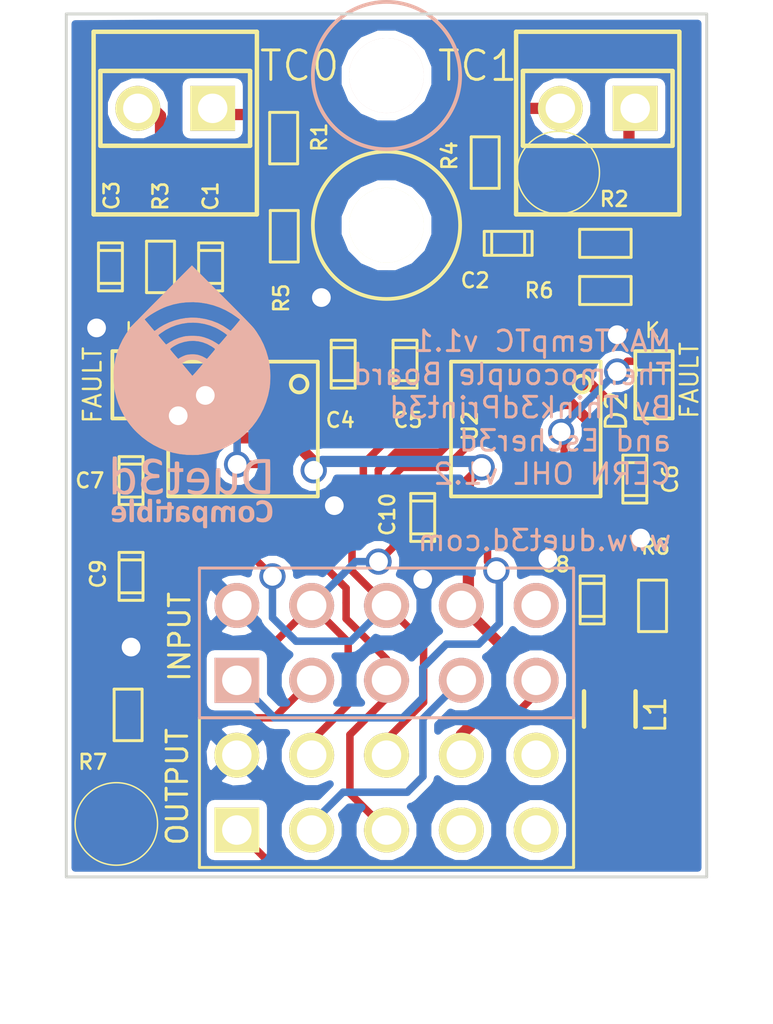
<source format=kicad_pcb>
(kicad_pcb (version 4) (host pcbnew 4.0.2-stable)

  (general
    (links 62)
    (no_connects 0)
    (area 36.027359 29.369379 62.773561 64.632841)
    (thickness 1.6)
    (drawings 8)
    (tracks 298)
    (zones 0)
    (modules 30)
    (nets 25)
  )

  (page User 140.005 140.005)
  (title_block
    (title MaxBoardTC)
    (date 2017-05-24)
    (rev 1.1)
    (company "Think3dPrint3d and Escher3d")
    (comment 1 "CERN OHL 1.2")
  )

  (layers
    (0 F.Cu signal)
    (31 B.Cu signal)
    (35 F.Paste user)
    (36 B.SilkS user)
    (37 F.SilkS user)
    (38 B.Mask user)
    (39 F.Mask user)
    (41 Cmts.User user)
    (44 Edge.Cuts user)
    (48 B.Fab user)
  )

  (setup
    (last_trace_width 0.254)
    (user_trace_width 0.381)
    (user_trace_width 0.4455)
    (user_trace_width 0.508)
    (trace_clearance 0.254)
    (zone_clearance 0.127)
    (zone_45_only yes)
    (trace_min 0.254)
    (segment_width 0.2)
    (edge_width 0.1)
    (via_size 0.889)
    (via_drill 0.635)
    (via_min_size 0.889)
    (via_min_drill 0.508)
    (uvia_size 0.508)
    (uvia_drill 0.127)
    (uvias_allowed no)
    (uvia_min_size 0.508)
    (uvia_min_drill 0.127)
    (pcb_text_width 0.3)
    (pcb_text_size 1.5 1.5)
    (mod_edge_width 0.381)
    (mod_text_size 1 1)
    (mod_text_width 0.15)
    (pad_size 0.53 1.98)
    (pad_drill 0)
    (pad_to_mask_clearance 0)
    (aux_axis_origin 41.53 59.38)
    (grid_origin 41.53 59.38)
    (visible_elements 7FFFFF3F)
    (pcbplotparams
      (layerselection 0x110f8_80000001)
      (usegerberextensions true)
      (excludeedgelayer true)
      (linewidth 0.150000)
      (plotframeref false)
      (viasonmask false)
      (mode 1)
      (useauxorigin true)
      (hpglpennumber 1)
      (hpglpenspeed 20)
      (hpglpendiameter 15)
      (hpglpenoverlay 2)
      (psnegative false)
      (psa4output false)
      (plotreference true)
      (plotvalue true)
      (plotinvisibletext false)
      (padsonsilk false)
      (subtractmaskfromsilk true)
      (outputformat 1)
      (mirror false)
      (drillshape 0)
      (scaleselection 1)
      (outputdirectory MaxTempTCv1.1_CAM/))
  )

  (net 0 "")
  (net 1 3.3V)
  (net 2 CS_1)
  (net 3 CS_2)
  (net 4 CS_3)
  (net 5 CS_4)
  (net 6 MISO)
  (net 7 MOSI)
  (net 8 SCLK)
  (net 9 TC+_A)
  (net 10 TC+_B)
  (net 11 TC-_A)
  (net 12 TC-_B)
  (net 13 "Net-(C1-Pad1)")
  (net 14 "Net-(C1-Pad2)")
  (net 15 "Net-(C2-Pad1)")
  (net 16 "Net-(C2-Pad2)")
  (net 17 AGND)
  (net 18 AVDD)
  (net 19 "Net-(D1-Pad2)")
  (net 20 "Net-(D1-Pad1)")
  (net 21 "Net-(D2-Pad2)")
  (net 22 "Net-(D2-Pad1)")
  (net 23 "Net-(R5-Pad2)")
  (net 24 "Net-(R6-Pad2)")

  (net_class Default "This is the default net class."
    (clearance 0.254)
    (trace_width 0.254)
    (via_dia 0.889)
    (via_drill 0.635)
    (uvia_dia 0.508)
    (uvia_drill 0.127)
    (add_net 3.3V)
    (add_net AGND)
    (add_net AVDD)
    (add_net CS_1)
    (add_net CS_2)
    (add_net CS_3)
    (add_net CS_4)
    (add_net MISO)
    (add_net MOSI)
    (add_net "Net-(C1-Pad1)")
    (add_net "Net-(C1-Pad2)")
    (add_net "Net-(C2-Pad1)")
    (add_net "Net-(C2-Pad2)")
    (add_net "Net-(D1-Pad1)")
    (add_net "Net-(D1-Pad2)")
    (add_net "Net-(D2-Pad1)")
    (add_net "Net-(D2-Pad2)")
    (add_net "Net-(R5-Pad2)")
    (add_net "Net-(R6-Pad2)")
    (add_net SCLK)
    (add_net TC+_A)
    (add_net TC+_B)
    (add_net TC-_A)
    (add_net TC-_B)
  )

  (net_class 0.381 ""
    (clearance 0.254)
    (trace_width 0.381)
    (via_dia 0.889)
    (via_drill 0.635)
    (uvia_dia 0.508)
    (uvia_drill 0.127)
  )

  (module MAX_TEMP_DB (layer F.Cu) (tedit 5927E6D9) (tstamp 5925A7C7)
    (at 49.40046 56.51754)
    (descr "Double rangee de contacts 2 x 5 pins")
    (tags CONN)
    (path /57119228)
    (fp_text reference P5 (at -0.0381 3.3655) (layer F.SilkS) hide
      (effects (font (size 1.016 1.016) (thickness 0.2032)))
    )
    (fp_text value OUTPUT (at -7.1 -0.2 90) (layer F.SilkS)
      (effects (font (size 0.7 0.7) (thickness 0.1)))
    )
    (fp_text user "<10mm max height" (at 0.06604 5.58038) (layer F.SilkS) hide
      (effects (font (size 0.7 0.7) (thickness 0.1)))
    )
    (fp_line (start -13.0556 7.7978) (end -13.0556 -20.9042) (layer Cmts.User) (width 0.127))
    (fp_line (start -13.0556 -20.9042) (end 13.0556 -20.9042) (layer Cmts.User) (width 0.127))
    (fp_line (start 13.0556 -20.9042) (end 13.0556 7.7978) (layer Cmts.User) (width 0.127))
    (fp_line (start -13.0556 7.7978) (end 13.0556 7.7978) (layer Cmts.User) (width 0.127))
    (fp_circle (center 0 -19.25066) (end 0 -21.75066) (layer F.SilkS) (width 0.127))
    (fp_line (start -6.35 -2.54) (end 6.35 -2.54) (layer F.SilkS) (width 0.1))
    (fp_line (start 6.35 -2.54) (end 6.35 2.54) (layer F.SilkS) (width 0.1))
    (fp_line (start 6.35 2.54) (end -6.35 2.54) (layer F.SilkS) (width 0.1))
    (fp_line (start -6.35 2.54) (end -6.35 -2.54) (layer F.SilkS) (width 0.1))
    (pad 1 thru_hole rect (at -5.08 1.27) (size 1.524 1.524) (drill 1) (layers *.Cu *.Mask F.SilkS)
      (net 5 CS_4))
    (pad 2 thru_hole circle (at -5.08 -1.27) (size 1.524 1.524) (drill 1) (layers *.Cu *.Mask F.SilkS)
      (net 17 AGND))
    (pad 3 thru_hole circle (at -2.54 1.27) (size 1.524 1.524) (drill 1) (layers *.Cu *.Mask F.SilkS)
      (net 4 CS_3))
    (pad 4 thru_hole circle (at -2.54 -1.27) (size 1.524 1.524) (drill 1) (layers *.Cu *.Mask F.SilkS)
      (net 8 SCLK))
    (pad 5 thru_hole circle (at 0 1.27) (size 1.524 1.524) (drill 1) (layers *.Cu *.Mask F.SilkS)
      (net 7 MOSI))
    (pad 6 thru_hole circle (at 0 -1.27) (size 1.524 1.524) (drill 1) (layers *.Cu *.Mask F.SilkS)
      (net 6 MISO))
    (pad 7 thru_hole circle (at 2.54 1.27) (size 1.524 1.524) (drill 1) (layers *.Cu *.Mask F.SilkS))
    (pad 8 thru_hole circle (at 2.54 -1.27) (size 1.524 1.524) (drill 1) (layers *.Cu *.Mask F.SilkS)
      (net 1 3.3V))
    (pad 9 thru_hole circle (at 5.08 1.27) (size 1.524 1.524) (drill 1) (layers *.Cu *.Mask F.SilkS))
    (pad 10 thru_hole circle (at 5.08 -1.27) (size 1.524 1.524) (drill 1) (layers *.Cu *.Mask F.SilkS))
    (pad "" np_thru_hole circle (at 0 -19.25066) (size 2.54 2.54) (drill 2.54) (layers *.Cu *.Mask F.SilkS))
    (model pin_array/pins_array_5x2.wrl
      (at (xyz 0 0 0))
      (scale (xyz 1 1 1))
      (rotate (xyz 0 0 0))
    )
  )

  (module complib:MAX_TEMP_DB_inv (layer B.Cu) (tedit 5927E675) (tstamp 59239D7A)
    (at 49.40046 51.43754 180)
    (descr "Double rangee de contacts 2 x 5 pins")
    (tags CONN)
    (path /57119201)
    (fp_text reference P6 (at -0.0381 -3.3655 180) (layer B.SilkS) hide
      (effects (font (size 1.016 1.016) (thickness 0.2032)) (justify mirror))
    )
    (fp_text value INPUT (at 7.02046 0.20754 270) (layer F.SilkS)
      (effects (font (size 0.7 0.7) (thickness 0.1)))
    )
    (fp_text user "<10mm max height" (at 0.06604 -5.58038 180) (layer B.SilkS) hide
      (effects (font (size 0.7 0.7) (thickness 0.1)) (justify mirror))
    )
    (fp_line (start -13.0556 -7.7978) (end -13.0556 20.9042) (layer Cmts.User) (width 0.127))
    (fp_line (start -13.0556 20.9042) (end 13.0556 20.9042) (layer Cmts.User) (width 0.127))
    (fp_line (start 13.0556 20.9042) (end 13.0556 -7.7978) (layer Cmts.User) (width 0.127))
    (fp_line (start -13.0556 -7.7978) (end 13.0556 -7.7978) (layer Cmts.User) (width 0.127))
    (fp_circle (center 0 19.25066) (end 0 21.75066) (layer B.SilkS) (width 0.127))
    (fp_line (start -6.35 2.54) (end 6.35 2.54) (layer B.SilkS) (width 0.1))
    (fp_line (start 6.35 2.54) (end 6.35 -2.54) (layer B.SilkS) (width 0.1))
    (fp_line (start 6.35 -2.54) (end -6.35 -2.54) (layer B.SilkS) (width 0.1))
    (fp_line (start -6.35 -2.54) (end -6.35 2.54) (layer B.SilkS) (width 0.1))
    (pad 1 thru_hole rect (at 5.08 -1.27 180) (size 1.524 1.524) (drill 1) (layers *.Cu *.Mask B.SilkS)
      (net 3 CS_2))
    (pad 2 thru_hole circle (at 5.08 1.27 180) (size 1.524 1.524) (drill 1) (layers *.Cu *.Mask B.SilkS)
      (net 17 AGND))
    (pad 3 thru_hole circle (at 2.54 -1.27 180) (size 1.524 1.524) (drill 1) (layers *.Cu *.Mask B.SilkS)
      (net 2 CS_1))
    (pad 4 thru_hole circle (at 2.54 1.27 180) (size 1.524 1.524) (drill 1) (layers *.Cu *.Mask B.SilkS)
      (net 8 SCLK))
    (pad 5 thru_hole circle (at 0 -1.27 180) (size 1.524 1.524) (drill 1) (layers *.Cu *.Mask B.SilkS)
      (net 7 MOSI))
    (pad 6 thru_hole circle (at 0 1.27 180) (size 1.524 1.524) (drill 1) (layers *.Cu *.Mask B.SilkS)
      (net 6 MISO))
    (pad 7 thru_hole circle (at -2.54 -1.27 180) (size 1.524 1.524) (drill 1) (layers *.Cu *.Mask B.SilkS)
      (net 4 CS_3))
    (pad 8 thru_hole circle (at -2.54 1.27 180) (size 1.524 1.524) (drill 1) (layers *.Cu *.Mask B.SilkS)
      (net 1 3.3V))
    (pad 9 thru_hole circle (at -5.08 -1.27 180) (size 1.524 1.524) (drill 1) (layers *.Cu *.Mask B.SilkS)
      (net 5 CS_4))
    (pad 10 thru_hole circle (at -5.08 1.27 180) (size 1.524 1.524) (drill 1) (layers *.Cu *.Mask B.SilkS))
    (pad "" np_thru_hole circle (at 0 19.25066 180) (size 2.54 2.54) (drill 2.54) (layers *.Cu *.Mask B.SilkS))
    (model pin_array/pins_array_5x2.wrl
      (at (xyz 0 0 0))
      (scale (xyz 1 1 1))
      (rotate (xyz 0 0 0))
    )
  )

  (module complib:C_0603 (layer F.Cu) (tedit 5925B007) (tstamp 59239D1F)
    (at 57.83 45.88 270)
    (descr "SMT capacitor, 0603")
    (path /5923F030)
    (attr smd)
    (fp_text reference C6 (at 0 -1.2 270) (layer F.SilkS)
      (effects (font (size 0.5 0.5) (thickness 0.09)))
    )
    (fp_text value 0.01u (at 0 0 270) (layer F.SilkS) hide
      (effects (font (size 0.20066 0.20066) (thickness 0.04064)))
    )
    (fp_line (start 0.5588 0.4064) (end 0.5588 -0.4064) (layer F.SilkS) (width 0.1))
    (fp_line (start -0.5588 -0.381) (end -0.5588 0.4064) (layer F.SilkS) (width 0.1))
    (fp_line (start -0.8128 -0.4064) (end 0.8128 -0.4064) (layer F.SilkS) (width 0.1))
    (fp_line (start 0.8128 -0.4064) (end 0.8128 0.4064) (layer F.SilkS) (width 0.1))
    (fp_line (start 0.8128 0.4064) (end -0.8128 0.4064) (layer F.SilkS) (width 0.1))
    (fp_line (start -0.8128 0.4064) (end -0.8128 -0.4064) (layer F.SilkS) (width 0.1))
    (pad 1 smd rect (at 0.8001 0 270) (size 0.94996 1.00076) (layers F.Cu F.Paste F.Mask)
      (net 17 AGND))
    (pad 2 smd rect (at -0.8001 0 270) (size 0.94996 1.00076) (layers F.Cu F.Paste F.Mask)
      (net 16 "Net-(C2-Pad2)"))
    (model smd/capacitors/c_0603.wrl
      (at (xyz 0 0 0))
      (scale (xyz 1 1 1))
      (rotate (xyz 0 0 0))
    )
  )

  (module complib:C_0603 (layer F.Cu) (tedit 5925A580) (tstamp 59239CE3)
    (at 43.43 38.68 270)
    (descr "SMT capacitor, 0603")
    (path /5711AC3E)
    (attr smd)
    (fp_text reference C1 (at -2.4 0 270) (layer F.SilkS)
      (effects (font (size 0.5 0.5) (thickness 0.09)))
    )
    (fp_text value 0.1u (at 0 0 270) (layer F.SilkS) hide
      (effects (font (size 0.20066 0.20066) (thickness 0.04064)))
    )
    (fp_line (start 0.5588 0.4064) (end 0.5588 -0.4064) (layer F.SilkS) (width 0.1))
    (fp_line (start -0.5588 -0.381) (end -0.5588 0.4064) (layer F.SilkS) (width 0.1))
    (fp_line (start -0.8128 -0.4064) (end 0.8128 -0.4064) (layer F.SilkS) (width 0.1))
    (fp_line (start 0.8128 -0.4064) (end 0.8128 0.4064) (layer F.SilkS) (width 0.1))
    (fp_line (start 0.8128 0.4064) (end -0.8128 0.4064) (layer F.SilkS) (width 0.1))
    (fp_line (start -0.8128 0.4064) (end -0.8128 -0.4064) (layer F.SilkS) (width 0.1))
    (pad 1 smd rect (at 0.8001 0 270) (size 0.94996 1.00076) (layers F.Cu F.Paste F.Mask)
      (net 13 "Net-(C1-Pad1)"))
    (pad 2 smd rect (at -0.8001 0 270) (size 0.94996 1.00076) (layers F.Cu F.Paste F.Mask)
      (net 14 "Net-(C1-Pad2)"))
    (model smd/capacitors/c_0603.wrl
      (at (xyz 0 0 0))
      (scale (xyz 1 1 1))
      (rotate (xyz 0 0 0))
    )
  )

  (module complib:C_0603 (layer F.Cu) (tedit 5927E7B9) (tstamp 59239CEF)
    (at 53.53 37.88 180)
    (descr "SMT capacitor, 0603")
    (path /5923F012)
    (attr smd)
    (fp_text reference C2 (at 1.12 -1.26 180) (layer F.SilkS)
      (effects (font (size 0.5 0.5) (thickness 0.09)))
    )
    (fp_text value 0.1u (at 0 0 180) (layer F.SilkS) hide
      (effects (font (size 0.20066 0.20066) (thickness 0.04064)))
    )
    (fp_line (start 0.5588 0.4064) (end 0.5588 -0.4064) (layer F.SilkS) (width 0.1))
    (fp_line (start -0.5588 -0.381) (end -0.5588 0.4064) (layer F.SilkS) (width 0.1))
    (fp_line (start -0.8128 -0.4064) (end 0.8128 -0.4064) (layer F.SilkS) (width 0.1))
    (fp_line (start 0.8128 -0.4064) (end 0.8128 0.4064) (layer F.SilkS) (width 0.1))
    (fp_line (start 0.8128 0.4064) (end -0.8128 0.4064) (layer F.SilkS) (width 0.1))
    (fp_line (start -0.8128 0.4064) (end -0.8128 -0.4064) (layer F.SilkS) (width 0.1))
    (pad 1 smd rect (at 0.8001 0 180) (size 0.94996 1.00076) (layers F.Cu F.Paste F.Mask)
      (net 15 "Net-(C2-Pad1)"))
    (pad 2 smd rect (at -0.8001 0 180) (size 0.94996 1.00076) (layers F.Cu F.Paste F.Mask)
      (net 16 "Net-(C2-Pad2)"))
    (model smd/capacitors/c_0603.wrl
      (at (xyz 0 0 0))
      (scale (xyz 1 1 1))
      (rotate (xyz 0 0 0))
    )
  )

  (module complib:C_0603 (layer F.Cu) (tedit 592E540B) (tstamp 59239CFB)
    (at 40.03 38.68 270)
    (descr "SMT capacitor, 0603")
    (path /5923BED2)
    (attr smd)
    (fp_text reference C3 (at -2.42 -0.04 450) (layer F.SilkS)
      (effects (font (size 0.5 0.5) (thickness 0.09)))
    )
    (fp_text value 0.01u (at 0 0 270) (layer F.SilkS) hide
      (effects (font (size 0.20066 0.20066) (thickness 0.04064)))
    )
    (fp_line (start 0.5588 0.4064) (end 0.5588 -0.4064) (layer F.SilkS) (width 0.1))
    (fp_line (start -0.5588 -0.381) (end -0.5588 0.4064) (layer F.SilkS) (width 0.1))
    (fp_line (start -0.8128 -0.4064) (end 0.8128 -0.4064) (layer F.SilkS) (width 0.1))
    (fp_line (start 0.8128 -0.4064) (end 0.8128 0.4064) (layer F.SilkS) (width 0.1))
    (fp_line (start 0.8128 0.4064) (end -0.8128 0.4064) (layer F.SilkS) (width 0.1))
    (fp_line (start -0.8128 0.4064) (end -0.8128 -0.4064) (layer F.SilkS) (width 0.1))
    (pad 1 smd rect (at 0.8001 0 270) (size 0.94996 1.00076) (layers F.Cu F.Paste F.Mask)
      (net 17 AGND))
    (pad 2 smd rect (at -0.8001 0 270) (size 0.94996 1.00076) (layers F.Cu F.Paste F.Mask)
      (net 13 "Net-(C1-Pad1)"))
    (model smd/capacitors/c_0603.wrl
      (at (xyz 0 0 0))
      (scale (xyz 1 1 1))
      (rotate (xyz 0 0 0))
    )
  )

  (module complib:C_0603 (layer F.Cu) (tedit 5925B504) (tstamp 59239D07)
    (at 47.93 41.98 90)
    (descr "SMT capacitor, 0603")
    (path /5923AC36)
    (attr smd)
    (fp_text reference C4 (at -1.9 -0.1 180) (layer F.SilkS)
      (effects (font (size 0.5 0.5) (thickness 0.09)))
    )
    (fp_text value 0.01u (at 0 0 90) (layer F.SilkS) hide
      (effects (font (size 0.20066 0.20066) (thickness 0.04064)))
    )
    (fp_line (start 0.5588 0.4064) (end 0.5588 -0.4064) (layer F.SilkS) (width 0.1))
    (fp_line (start -0.5588 -0.381) (end -0.5588 0.4064) (layer F.SilkS) (width 0.1))
    (fp_line (start -0.8128 -0.4064) (end 0.8128 -0.4064) (layer F.SilkS) (width 0.1))
    (fp_line (start 0.8128 -0.4064) (end 0.8128 0.4064) (layer F.SilkS) (width 0.1))
    (fp_line (start 0.8128 0.4064) (end -0.8128 0.4064) (layer F.SilkS) (width 0.1))
    (fp_line (start -0.8128 0.4064) (end -0.8128 -0.4064) (layer F.SilkS) (width 0.1))
    (pad 1 smd rect (at 0.8001 0 90) (size 0.94996 1.00076) (layers F.Cu F.Paste F.Mask)
      (net 17 AGND))
    (pad 2 smd rect (at -0.8001 0 90) (size 0.94996 1.00076) (layers F.Cu F.Paste F.Mask)
      (net 14 "Net-(C1-Pad2)"))
    (model smd/capacitors/c_0603.wrl
      (at (xyz 0 0 0))
      (scale (xyz 1 1 1))
      (rotate (xyz 0 0 0))
    )
  )

  (module complib:C_0603 (layer F.Cu) (tedit 5925B509) (tstamp 59239D13)
    (at 50.03 41.98 270)
    (descr "SMT capacitor, 0603")
    (path /5923F039)
    (attr smd)
    (fp_text reference C5 (at 1.9 -0.1 360) (layer F.SilkS)
      (effects (font (size 0.5 0.5) (thickness 0.09)))
    )
    (fp_text value 0.01u (at 0 0 270) (layer F.SilkS) hide
      (effects (font (size 0.20066 0.20066) (thickness 0.04064)))
    )
    (fp_line (start 0.5588 0.4064) (end 0.5588 -0.4064) (layer F.SilkS) (width 0.1))
    (fp_line (start -0.5588 -0.381) (end -0.5588 0.4064) (layer F.SilkS) (width 0.1))
    (fp_line (start -0.8128 -0.4064) (end 0.8128 -0.4064) (layer F.SilkS) (width 0.1))
    (fp_line (start 0.8128 -0.4064) (end 0.8128 0.4064) (layer F.SilkS) (width 0.1))
    (fp_line (start 0.8128 0.4064) (end -0.8128 0.4064) (layer F.SilkS) (width 0.1))
    (fp_line (start -0.8128 0.4064) (end -0.8128 -0.4064) (layer F.SilkS) (width 0.1))
    (pad 1 smd rect (at 0.8001 0 270) (size 0.94996 1.00076) (layers F.Cu F.Paste F.Mask)
      (net 17 AGND))
    (pad 2 smd rect (at -0.8001 0 270) (size 0.94996 1.00076) (layers F.Cu F.Paste F.Mask)
      (net 15 "Net-(C2-Pad1)"))
    (model smd/capacitors/c_0603.wrl
      (at (xyz 0 0 0))
      (scale (xyz 1 1 1))
      (rotate (xyz 0 0 0))
    )
  )

  (module complib:C_0603 (layer F.Cu) (tedit 5925B532) (tstamp 59239D2B)
    (at 40.73 45.93 270)
    (descr "SMT capacitor, 0603")
    (path /592380FA)
    (attr smd)
    (fp_text reference C7 (at 0 1.4 360) (layer F.SilkS)
      (effects (font (size 0.5 0.5) (thickness 0.09)))
    )
    (fp_text value 0.1u (at 0 0 270) (layer F.SilkS) hide
      (effects (font (size 0.20066 0.20066) (thickness 0.04064)))
    )
    (fp_line (start 0.5588 0.4064) (end 0.5588 -0.4064) (layer F.SilkS) (width 0.1))
    (fp_line (start -0.5588 -0.381) (end -0.5588 0.4064) (layer F.SilkS) (width 0.1))
    (fp_line (start -0.8128 -0.4064) (end 0.8128 -0.4064) (layer F.SilkS) (width 0.1))
    (fp_line (start 0.8128 -0.4064) (end 0.8128 0.4064) (layer F.SilkS) (width 0.1))
    (fp_line (start 0.8128 0.4064) (end -0.8128 0.4064) (layer F.SilkS) (width 0.1))
    (fp_line (start -0.8128 0.4064) (end -0.8128 -0.4064) (layer F.SilkS) (width 0.1))
    (pad 1 smd rect (at 0.8001 0 270) (size 0.94996 1.00076) (layers F.Cu F.Paste F.Mask)
      (net 18 AVDD))
    (pad 2 smd rect (at -0.8001 0 270) (size 0.94996 1.00076) (layers F.Cu F.Paste F.Mask)
      (net 17 AGND))
    (model smd/capacitors/c_0603.wrl
      (at (xyz 0 0 0))
      (scale (xyz 1 1 1))
      (rotate (xyz 0 0 0))
    )
  )

  (module complib:C_0603 (layer F.Cu) (tedit 5925B51B) (tstamp 59239D37)
    (at 56.38 49.98 270)
    (descr "SMT capacitor, 0603")
    (path /5923F01B)
    (attr smd)
    (fp_text reference C8 (at -1.2 1.25 360) (layer F.SilkS)
      (effects (font (size 0.5 0.5) (thickness 0.09)))
    )
    (fp_text value 0.1u (at 0 0 270) (layer F.SilkS) hide
      (effects (font (size 0.20066 0.20066) (thickness 0.04064)))
    )
    (fp_line (start 0.5588 0.4064) (end 0.5588 -0.4064) (layer F.SilkS) (width 0.1))
    (fp_line (start -0.5588 -0.381) (end -0.5588 0.4064) (layer F.SilkS) (width 0.1))
    (fp_line (start -0.8128 -0.4064) (end 0.8128 -0.4064) (layer F.SilkS) (width 0.1))
    (fp_line (start 0.8128 -0.4064) (end 0.8128 0.4064) (layer F.SilkS) (width 0.1))
    (fp_line (start 0.8128 0.4064) (end -0.8128 0.4064) (layer F.SilkS) (width 0.1))
    (fp_line (start -0.8128 0.4064) (end -0.8128 -0.4064) (layer F.SilkS) (width 0.1))
    (pad 1 smd rect (at 0.8001 0 270) (size 0.94996 1.00076) (layers F.Cu F.Paste F.Mask)
      (net 18 AVDD))
    (pad 2 smd rect (at -0.8001 0 270) (size 0.94996 1.00076) (layers F.Cu F.Paste F.Mask)
      (net 17 AGND))
    (model smd/capacitors/c_0603.wrl
      (at (xyz 0 0 0))
      (scale (xyz 1 1 1))
      (rotate (xyz 0 0 0))
    )
  )

  (module complib:C_0603 (layer F.Cu) (tedit 57780D0D) (tstamp 59239D38)
    (at 40.73 49.18 270)
    (descr "SMT capacitor, 0603")
    (path /5923D6FD)
    (attr smd)
    (fp_text reference C9 (at -0.08218 1.1204 270) (layer F.SilkS)
      (effects (font (size 0.5 0.5) (thickness 0.09)))
    )
    (fp_text value 0.1u (at 0 0 270) (layer F.SilkS) hide
      (effects (font (size 0.20066 0.20066) (thickness 0.04064)))
    )
    (fp_line (start 0.5588 0.4064) (end 0.5588 -0.4064) (layer F.SilkS) (width 0.1))
    (fp_line (start -0.5588 -0.381) (end -0.5588 0.4064) (layer F.SilkS) (width 0.1))
    (fp_line (start -0.8128 -0.4064) (end 0.8128 -0.4064) (layer F.SilkS) (width 0.1))
    (fp_line (start 0.8128 -0.4064) (end 0.8128 0.4064) (layer F.SilkS) (width 0.1))
    (fp_line (start 0.8128 0.4064) (end -0.8128 0.4064) (layer F.SilkS) (width 0.1))
    (fp_line (start -0.8128 0.4064) (end -0.8128 -0.4064) (layer F.SilkS) (width 0.1))
    (pad 1 smd rect (at 0.8001 0 270) (size 0.94996 1.00076) (layers F.Cu F.Paste F.Mask)
      (net 17 AGND))
    (pad 2 smd rect (at -0.8001 0 270) (size 0.94996 1.00076) (layers F.Cu F.Paste F.Mask)
      (net 1 3.3V))
    (model smd/capacitors/c_0603.wrl
      (at (xyz 0 0 0))
      (scale (xyz 1 1 1))
      (rotate (xyz 0 0 0))
    )
  )

  (module complib:C_0603 (layer F.Cu) (tedit 5925B50D) (tstamp 59239D43)
    (at 50.63 47.18 270)
    (descr "SMT capacitor, 0603")
    (path /5923F05C)
    (attr smd)
    (fp_text reference C10 (at -0.1 1.2 270) (layer F.SilkS)
      (effects (font (size 0.5 0.5) (thickness 0.09)))
    )
    (fp_text value 0.1u (at 0 0 270) (layer F.SilkS) hide
      (effects (font (size 0.20066 0.20066) (thickness 0.04064)))
    )
    (fp_line (start 0.5588 0.4064) (end 0.5588 -0.4064) (layer F.SilkS) (width 0.1))
    (fp_line (start -0.5588 -0.381) (end -0.5588 0.4064) (layer F.SilkS) (width 0.1))
    (fp_line (start -0.8128 -0.4064) (end 0.8128 -0.4064) (layer F.SilkS) (width 0.1))
    (fp_line (start 0.8128 -0.4064) (end 0.8128 0.4064) (layer F.SilkS) (width 0.1))
    (fp_line (start 0.8128 0.4064) (end -0.8128 0.4064) (layer F.SilkS) (width 0.1))
    (fp_line (start -0.8128 0.4064) (end -0.8128 -0.4064) (layer F.SilkS) (width 0.1))
    (pad 1 smd rect (at 0.8001 0 270) (size 0.94996 1.00076) (layers F.Cu F.Paste F.Mask)
      (net 17 AGND))
    (pad 2 smd rect (at -0.8001 0 270) (size 0.94996 1.00076) (layers F.Cu F.Paste F.Mask)
      (net 1 3.3V))
    (model smd/capacitors/c_0603.wrl
      (at (xyz 0 0 0))
      (scale (xyz 1 1 1))
      (rotate (xyz 0 0 0))
    )
  )

  (module complib:R_0603 (layer F.Cu) (tedit 592E5413) (tstamp 59239D9B)
    (at 45.91 34.31 270)
    (path /5923CA61)
    (attr smd)
    (fp_text reference R1 (at -0.03 -1.21 270) (layer F.SilkS)
      (effects (font (size 0.5 0.5) (thickness 0.09)))
    )
    (fp_text value 100R (at 0 0.24892 270) (layer F.SilkS) hide
      (effects (font (size 0.20066 0.20066) (thickness 0.0508)))
    )
    (fp_line (start -0.87376 -0.47498) (end 0.87376 -0.47498) (layer F.SilkS) (width 0.1))
    (fp_line (start 0.87376 -0.47498) (end 0.87376 0.47498) (layer F.SilkS) (width 0.1))
    (fp_line (start 0.87376 0.47498) (end -0.87376 0.47498) (layer F.SilkS) (width 0.1))
    (fp_line (start -0.87376 0.47498) (end -0.87376 -0.47498) (layer F.SilkS) (width 0.1))
    (pad 1 smd rect (at -0.8001 0 270) (size 0.94996 1.00076) (layers F.Cu F.Paste F.Mask)
      (net 11 TC-_A))
    (pad 2 smd rect (at 0.8001 0 270) (size 0.94996 1.00076) (layers F.Cu F.Paste F.Mask)
      (net 14 "Net-(C1-Pad2)"))
    (model smd\resistors\R0603.wrl
      (at (xyz 0 0 0.001))
      (scale (xyz 0.5 0.5 0.5))
      (rotate (xyz 0 0 0))
    )
  )

  (module complib:R_0603 (layer F.Cu) (tedit 5925BF70) (tstamp 59239DA5)
    (at 56.83 37.88 180)
    (path /5923F04A)
    (attr smd)
    (fp_text reference R2 (at -0.3 1.5 180) (layer F.SilkS)
      (effects (font (size 0.5 0.5) (thickness 0.09)))
    )
    (fp_text value 100R (at 0 0.24892 180) (layer F.SilkS) hide
      (effects (font (size 0.20066 0.20066) (thickness 0.0508)))
    )
    (fp_line (start -0.87376 -0.47498) (end 0.87376 -0.47498) (layer F.SilkS) (width 0.1))
    (fp_line (start 0.87376 -0.47498) (end 0.87376 0.47498) (layer F.SilkS) (width 0.1))
    (fp_line (start 0.87376 0.47498) (end -0.87376 0.47498) (layer F.SilkS) (width 0.1))
    (fp_line (start -0.87376 0.47498) (end -0.87376 -0.47498) (layer F.SilkS) (width 0.1))
    (pad 1 smd rect (at -0.8001 0 180) (size 0.94996 1.00076) (layers F.Cu F.Paste F.Mask)
      (net 12 TC-_B))
    (pad 2 smd rect (at 0.8001 0 180) (size 0.94996 1.00076) (layers F.Cu F.Paste F.Mask)
      (net 16 "Net-(C2-Pad2)"))
    (model smd\resistors\R0603.wrl
      (at (xyz 0 0 0.001))
      (scale (xyz 0.5 0.5 0.5))
      (rotate (xyz 0 0 0))
    )
  )

  (module complib:R_0603 (layer F.Cu) (tedit 5925A57C) (tstamp 59239DAF)
    (at 41.73 38.68 270)
    (path /5923CB8C)
    (attr smd)
    (fp_text reference R3 (at -2.4 0 270) (layer F.SilkS)
      (effects (font (size 0.5 0.5) (thickness 0.09)))
    )
    (fp_text value 100R (at 0 0.24892 270) (layer F.SilkS) hide
      (effects (font (size 0.20066 0.20066) (thickness 0.0508)))
    )
    (fp_line (start -0.87376 -0.47498) (end 0.87376 -0.47498) (layer F.SilkS) (width 0.1))
    (fp_line (start 0.87376 -0.47498) (end 0.87376 0.47498) (layer F.SilkS) (width 0.1))
    (fp_line (start 0.87376 0.47498) (end -0.87376 0.47498) (layer F.SilkS) (width 0.1))
    (fp_line (start -0.87376 0.47498) (end -0.87376 -0.47498) (layer F.SilkS) (width 0.1))
    (pad 1 smd rect (at -0.8001 0 270) (size 0.94996 1.00076) (layers F.Cu F.Paste F.Mask)
      (net 9 TC+_A))
    (pad 2 smd rect (at 0.8001 0 270) (size 0.94996 1.00076) (layers F.Cu F.Paste F.Mask)
      (net 13 "Net-(C1-Pad1)"))
    (model smd\resistors\R0603.wrl
      (at (xyz 0 0 0.001))
      (scale (xyz 0.5 0.5 0.5))
      (rotate (xyz 0 0 0))
    )
  )

  (module complib:R_0603 (layer F.Cu) (tedit 5927E7BC) (tstamp 59239DB9)
    (at 52.75 35.14 270)
    (path /5923F050)
    (attr smd)
    (fp_text reference R4 (at -0.23 1.21 270) (layer F.SilkS)
      (effects (font (size 0.5 0.5) (thickness 0.09)))
    )
    (fp_text value 100R (at 0 0.24892 270) (layer F.SilkS) hide
      (effects (font (size 0.20066 0.20066) (thickness 0.0508)))
    )
    (fp_line (start -0.87376 -0.47498) (end 0.87376 -0.47498) (layer F.SilkS) (width 0.1))
    (fp_line (start 0.87376 -0.47498) (end 0.87376 0.47498) (layer F.SilkS) (width 0.1))
    (fp_line (start 0.87376 0.47498) (end -0.87376 0.47498) (layer F.SilkS) (width 0.1))
    (fp_line (start -0.87376 0.47498) (end -0.87376 -0.47498) (layer F.SilkS) (width 0.1))
    (pad 1 smd rect (at -0.8001 0 270) (size 0.94996 1.00076) (layers F.Cu F.Paste F.Mask)
      (net 10 TC+_B))
    (pad 2 smd rect (at 0.8001 0 270) (size 0.94996 1.00076) (layers F.Cu F.Paste F.Mask)
      (net 15 "Net-(C2-Pad1)"))
    (model smd\resistors\R0603.wrl
      (at (xyz 0 0 0.001))
      (scale (xyz 0.5 0.5 0.5))
      (rotate (xyz 0 0 0))
    )
  )

  (module complib:D_0603 (layer F.Cu) (tedit 592E5476) (tstamp 5924CA7D)
    (at 40.73 42.68 270)
    (path /5924DEBF)
    (attr smd)
    (fp_text reference D1 (at 0.22 -1.87 360) (layer F.SilkS)
      (effects (font (size 0.6 0.6) (thickness 0.1)))
    )
    (fp_text value FAULT (at 0.01 1.31 270) (layer F.SilkS)
      (effects (font (size 0.6 0.6) (thickness 0.08)))
    )
    (fp_text user K (at -1.85 -0.05 360) (layer F.SilkS)
      (effects (font (size 0.5 0.5) (thickness 0.08)))
    )
    (fp_line (start -0.50038 -0.59944) (end -0.50038 0.59944) (layer F.SilkS) (width 0.09906))
    (fp_line (start -1.143 -0.635) (end 1.143 -0.635) (layer F.SilkS) (width 0.127))
    (fp_line (start 1.143 -0.635) (end 1.143 0.635) (layer F.SilkS) (width 0.127))
    (fp_line (start 1.143 0.635) (end -1.143 0.635) (layer F.SilkS) (width 0.127))
    (fp_line (start -1.143 0.635) (end -1.143 -0.635) (layer F.SilkS) (width 0.127))
    (pad 2 smd rect (at -0.8001 0 270) (size 0.94996 1.00076) (layers F.Cu F.Paste F.Mask)
      (net 19 "Net-(D1-Pad2)"))
    (pad 1 smd rect (at 0.762 0 270) (size 0.94996 1.00076) (layers F.Cu F.Paste F.Mask)
      (net 20 "Net-(D1-Pad1)"))
    (model smd\resistors\R0603.wrl
      (at (xyz 0 0 0.001))
      (scale (xyz 0.5 0.5 0.5))
      (rotate (xyz 0 0 0))
    )
  )

  (module complib:D_0603 (layer F.Cu) (tedit 592E5490) (tstamp 5924CA89)
    (at 58.48 42.68 270)
    (path /5924F13B)
    (attr smd)
    (fp_text reference D2 (at 0.89 1.28 270) (layer F.SilkS)
      (effects (font (size 0.7 0.7) (thickness 0.1)))
    )
    (fp_text value FAULT (at -0.15 -1.2 270) (layer F.SilkS)
      (effects (font (size 0.6 0.6) (thickness 0.08)))
    )
    (fp_text user K (at -1.85 0.05 360) (layer F.SilkS)
      (effects (font (size 0.5 0.5) (thickness 0.08)))
    )
    (fp_line (start -0.50038 -0.59944) (end -0.50038 0.59944) (layer F.SilkS) (width 0.09906))
    (fp_line (start -1.143 -0.635) (end 1.143 -0.635) (layer F.SilkS) (width 0.127))
    (fp_line (start 1.143 -0.635) (end 1.143 0.635) (layer F.SilkS) (width 0.127))
    (fp_line (start 1.143 0.635) (end -1.143 0.635) (layer F.SilkS) (width 0.127))
    (fp_line (start -1.143 0.635) (end -1.143 -0.635) (layer F.SilkS) (width 0.127))
    (pad 2 smd rect (at -0.8001 0 270) (size 0.94996 1.00076) (layers F.Cu F.Paste F.Mask)
      (net 21 "Net-(D2-Pad2)"))
    (pad 1 smd rect (at 0.762 0 270) (size 0.94996 1.00076) (layers F.Cu F.Paste F.Mask)
      (net 22 "Net-(D2-Pad1)"))
    (model smd\resistors\R0603.wrl
      (at (xyz 0 0 0.001))
      (scale (xyz 0.5 0.5 0.5))
      (rotate (xyz 0 0 0))
    )
  )

  (module complib:R_0805 (layer F.Cu) (tedit 592EC4F2) (tstamp 5924CA91)
    (at 56.98 53.68 270)
    (descr "Resistor SMD 0805, reflow soldering, Vishay (see dcrcw.pdf)")
    (tags "resistor 0805")
    (path /5924BF01)
    (attr smd)
    (fp_text reference L1 (at 0.2 -1.55 270) (layer F.SilkS)
      (effects (font (size 0.7 0.7) (thickness 0.1)))
    )
    (fp_text value "100 µH" (at 0 2.1 270) (layer F.SilkS) hide
      (effects (font (size 1 1) (thickness 0.15)))
    )
    (fp_line (start 0.6 0.875) (end -0.6 0.875) (layer F.SilkS) (width 0.15))
    (fp_line (start -0.6 -0.875) (end 0.6 -0.875) (layer F.SilkS) (width 0.15))
    (pad 1 smd rect (at -0.95 0 270) (size 0.7 1.3) (layers F.Cu F.Paste F.Mask)
      (net 18 AVDD))
    (pad 2 smd rect (at 0.95 0 270) (size 0.7 1.3) (layers F.Cu F.Paste F.Mask)
      (net 1 3.3V))
    (model Resistors_SMD.3dshapes/R_0805.wrl
      (at (xyz 0 0 0))
      (scale (xyz 1 1 1))
      (rotate (xyz 0 0 0))
    )
  )

  (module complib:R_0603 (layer F.Cu) (tedit 5925B542) (tstamp 5924CA9B)
    (at 45.93 37.64 270)
    (path /5924C820)
    (attr smd)
    (fp_text reference R5 (at 2.1 0.1 270) (layer F.SilkS)
      (effects (font (size 0.5 0.5) (thickness 0.09)))
    )
    (fp_text value 100R (at 0 0.24892 270) (layer F.SilkS) hide
      (effects (font (size 0.20066 0.20066) (thickness 0.0508)))
    )
    (fp_line (start -0.87376 -0.47498) (end 0.87376 -0.47498) (layer F.SilkS) (width 0.1))
    (fp_line (start 0.87376 -0.47498) (end 0.87376 0.47498) (layer F.SilkS) (width 0.1))
    (fp_line (start 0.87376 0.47498) (end -0.87376 0.47498) (layer F.SilkS) (width 0.1))
    (fp_line (start -0.87376 0.47498) (end -0.87376 -0.47498) (layer F.SilkS) (width 0.1))
    (pad 1 smd rect (at -0.8001 0 270) (size 0.94996 1.00076) (layers F.Cu F.Paste F.Mask)
      (net 11 TC-_A))
    (pad 2 smd rect (at 0.8001 0 270) (size 0.94996 1.00076) (layers F.Cu F.Paste F.Mask)
      (net 23 "Net-(R5-Pad2)"))
    (model smd\resistors\R0603.wrl
      (at (xyz 0 0 0.001))
      (scale (xyz 0.5 0.5 0.5))
      (rotate (xyz 0 0 0))
    )
  )

  (module complib:R_0603 (layer F.Cu) (tedit 5925B2A3) (tstamp 5924CAA5)
    (at 56.83 39.48 180)
    (path /5924CF09)
    (attr smd)
    (fp_text reference R6 (at 2.25 0 180) (layer F.SilkS)
      (effects (font (size 0.5 0.5) (thickness 0.09)))
    )
    (fp_text value 100R (at 0 0.24892 180) (layer F.SilkS) hide
      (effects (font (size 0.20066 0.20066) (thickness 0.0508)))
    )
    (fp_line (start -0.87376 -0.47498) (end 0.87376 -0.47498) (layer F.SilkS) (width 0.1))
    (fp_line (start 0.87376 -0.47498) (end 0.87376 0.47498) (layer F.SilkS) (width 0.1))
    (fp_line (start 0.87376 0.47498) (end -0.87376 0.47498) (layer F.SilkS) (width 0.1))
    (fp_line (start -0.87376 0.47498) (end -0.87376 -0.47498) (layer F.SilkS) (width 0.1))
    (pad 1 smd rect (at -0.8001 0 180) (size 0.94996 1.00076) (layers F.Cu F.Paste F.Mask)
      (net 12 TC-_B))
    (pad 2 smd rect (at 0.8001 0 180) (size 0.94996 1.00076) (layers F.Cu F.Paste F.Mask)
      (net 24 "Net-(R6-Pad2)"))
    (model smd\resistors\R0603.wrl
      (at (xyz 0 0 0.001))
      (scale (xyz 0.5 0.5 0.5))
      (rotate (xyz 0 0 0))
    )
  )

  (module complib:R_0603 (layer F.Cu) (tedit 5925BF44) (tstamp 5924CAAF)
    (at 40.63 53.88 270)
    (path /5924E021)
    (attr smd)
    (fp_text reference R7 (at 1.6 1.2 360) (layer F.SilkS)
      (effects (font (size 0.5 0.5) (thickness 0.09)))
    )
    (fp_text value 330R (at 0 0.24892 270) (layer F.SilkS) hide
      (effects (font (size 0.20066 0.20066) (thickness 0.0508)))
    )
    (fp_line (start -0.87376 -0.47498) (end 0.87376 -0.47498) (layer F.SilkS) (width 0.1))
    (fp_line (start 0.87376 -0.47498) (end 0.87376 0.47498) (layer F.SilkS) (width 0.1))
    (fp_line (start 0.87376 0.47498) (end -0.87376 0.47498) (layer F.SilkS) (width 0.1))
    (fp_line (start -0.87376 0.47498) (end -0.87376 -0.47498) (layer F.SilkS) (width 0.1))
    (pad 1 smd rect (at -0.8001 0 270) (size 0.94996 1.00076) (layers F.Cu F.Paste F.Mask)
      (net 20 "Net-(D1-Pad1)"))
    (pad 2 smd rect (at 0.8001 0 270) (size 0.94996 1.00076) (layers F.Cu F.Paste F.Mask)
      (net 1 3.3V))
    (model smd\resistors\R0603.wrl
      (at (xyz 0 0 0.001))
      (scale (xyz 0.5 0.5 0.5))
      (rotate (xyz 0 0 0))
    )
  )

  (module complib:R_0603 (layer F.Cu) (tedit 5925B526) (tstamp 5924CAB9)
    (at 58.43 50.18 270)
    (path /5924F141)
    (attr smd)
    (fp_text reference R8 (at -2 -0.1 360) (layer F.SilkS)
      (effects (font (size 0.5 0.5) (thickness 0.09)))
    )
    (fp_text value 330R (at 0 0.24892 270) (layer F.SilkS) hide
      (effects (font (size 0.20066 0.20066) (thickness 0.0508)))
    )
    (fp_line (start -0.87376 -0.47498) (end 0.87376 -0.47498) (layer F.SilkS) (width 0.1))
    (fp_line (start 0.87376 -0.47498) (end 0.87376 0.47498) (layer F.SilkS) (width 0.1))
    (fp_line (start 0.87376 0.47498) (end -0.87376 0.47498) (layer F.SilkS) (width 0.1))
    (fp_line (start -0.87376 0.47498) (end -0.87376 -0.47498) (layer F.SilkS) (width 0.1))
    (pad 1 smd rect (at -0.8001 0 270) (size 0.94996 1.00076) (layers F.Cu F.Paste F.Mask)
      (net 22 "Net-(D2-Pad1)"))
    (pad 2 smd rect (at 0.8001 0 270) (size 0.94996 1.00076) (layers F.Cu F.Paste F.Mask)
      (net 1 3.3V))
    (model smd\resistors\R0603.wrl
      (at (xyz 0 0 0.001))
      (scale (xyz 0.5 0.5 0.5))
      (rotate (xyz 0 0 0))
    )
  )

  (module complib:Fiducial_1mm_Dia_2.54mm_Outer_CopperTop locked (layer F.Cu) (tedit 5778EEEF) (tstamp 5925C7C0)
    (at 40.23 57.58)
    (descr "Circular Fiducial, 1mm bare copper top; 2.54mm keepout")
    (tags marker)
    (attr virtual)
    (fp_text reference M3 (at 3.4 0.7) (layer F.SilkS) hide
      (effects (font (size 1 1) (thickness 0.15)))
    )
    (fp_text value FID (at 0 -1.8) (layer F.SilkS) hide
      (effects (font (size 1 1) (thickness 0.15)))
    )
    (fp_circle (center 0 0) (end 1.4 0) (layer F.SilkS) (width 0.05))
    (pad ~ smd circle (at 0 0) (size 1 1) (layers F.Cu F.Mask)
      (solder_mask_margin 0.77) (clearance 0.77))
  )

  (module complib:Fiducial_1mm_Dia_2.54mm_Outer_CopperTop locked (layer F.Cu) (tedit 5778EEEF) (tstamp 5925C7E4)
    (at 55.23 35.48)
    (descr "Circular Fiducial, 1mm bare copper top; 2.54mm keepout")
    (tags marker)
    (attr virtual)
    (fp_text reference M3 (at 3.4 0.7) (layer F.SilkS) hide
      (effects (font (size 1 1) (thickness 0.15)))
    )
    (fp_text value FID (at 0 -1.8) (layer F.SilkS) hide
      (effects (font (size 1 1) (thickness 0.15)))
    )
    (fp_circle (center 0 0) (end 1.4 0) (layer F.SilkS) (width 0.05))
    (pad ~ smd circle (at 0 0) (size 1 1) (layers F.Cu F.Mask)
      (solder_mask_margin 0.77) (clearance 0.77))
  )

  (module complib:PIN_ARRAY_2X1 locked (layer F.Cu) (tedit 5927E60E) (tstamp 5927FD79)
    (at 42.23 33.3 180)
    (descr "Connecteurs 2 pins")
    (tags "CONN DEV")
    (path /57119877)
    (fp_text reference J1 (at 0 -1.99898 180) (layer F.SilkS) hide
      (effects (font (size 0.762 0.762) (thickness 0.1524)))
    )
    (fp_text value ThermC1 (at 0.0635 -4.2418 180) (layer F.SilkS) hide
      (effects (font (size 0.7 0.7) (thickness 0.1)))
    )
    (fp_line (start -2.77114 -3.5988) (end 2.77114 -3.5988) (layer F.SilkS) (width 0.14986))
    (fp_line (start 2.77114 -3.5988) (end 2.77114 2.5988) (layer F.SilkS) (width 0.14986))
    (fp_line (start 2.77114 2.5988) (end -2.77114 2.5988) (layer F.SilkS) (width 0.14986))
    (fp_line (start -2.77114 2.5988) (end -2.77114 -3.5988) (layer F.SilkS) (width 0.14986))
    (fp_line (start -2.54 1.27) (end -2.54 -1.27) (layer F.SilkS) (width 0.1524))
    (fp_line (start -2.54 -1.27) (end 2.54 -1.27) (layer F.SilkS) (width 0.1524))
    (fp_line (start 2.54 -1.27) (end 2.54 1.27) (layer F.SilkS) (width 0.1524))
    (fp_line (start 2.54 1.27) (end -2.54 1.27) (layer F.SilkS) (width 0.1524))
    (pad 1 thru_hole rect (at -1.27 0 180) (size 1.524 1.524) (drill 1) (layers *.Cu *.Mask F.SilkS)
      (net 11 TC-_A))
    (pad 2 thru_hole circle (at 1.27 0 180) (size 1.524 1.524) (drill 1) (layers *.Cu *.Mask F.SilkS)
      (net 9 TC+_A))
    (model pin_array/pins_array_2x1.wrl
      (at (xyz 0 0 0))
      (scale (xyz 1 1 1))
      (rotate (xyz 0 0 0))
    )
  )

  (module complib:PIN_ARRAY_2X1 locked (layer F.Cu) (tedit 5927E60A) (tstamp 5927FD86)
    (at 56.57092 33.3 180)
    (descr "Connecteurs 2 pins")
    (tags "CONN DEV")
    (path /57119896)
    (fp_text reference J2 (at 0 -1.99898 180) (layer F.SilkS) hide
      (effects (font (size 0.762 0.762) (thickness 0.1524)))
    )
    (fp_text value ThermC2 (at 0.0635 -4.2418 180) (layer F.SilkS) hide
      (effects (font (size 0.7 0.7) (thickness 0.1)))
    )
    (fp_line (start -2.77114 -3.5988) (end 2.77114 -3.5988) (layer F.SilkS) (width 0.14986))
    (fp_line (start 2.77114 -3.5988) (end 2.77114 2.5988) (layer F.SilkS) (width 0.14986))
    (fp_line (start 2.77114 2.5988) (end -2.77114 2.5988) (layer F.SilkS) (width 0.14986))
    (fp_line (start -2.77114 2.5988) (end -2.77114 -3.5988) (layer F.SilkS) (width 0.14986))
    (fp_line (start -2.54 1.27) (end -2.54 -1.27) (layer F.SilkS) (width 0.1524))
    (fp_line (start -2.54 -1.27) (end 2.54 -1.27) (layer F.SilkS) (width 0.1524))
    (fp_line (start 2.54 -1.27) (end 2.54 1.27) (layer F.SilkS) (width 0.1524))
    (fp_line (start 2.54 1.27) (end -2.54 1.27) (layer F.SilkS) (width 0.1524))
    (pad 1 thru_hole rect (at -1.27 0 180) (size 1.524 1.524) (drill 1) (layers *.Cu *.Mask F.SilkS)
      (net 12 TC-_B))
    (pad 2 thru_hole circle (at 1.27 0 180) (size 1.524 1.524) (drill 1) (layers *.Cu *.Mask F.SilkS)
      (net 10 TC+_B))
    (model pin_array/pins_array_2x1.wrl
      (at (xyz 0 0 0))
      (scale (xyz 1 1 1))
      (rotate (xyz 0 0 0))
    )
  )

  (module complib:LOGO_Duet3dCompatible_xs (layer B.Cu) (tedit 0) (tstamp 5928082C)
    (at 42.79 43.05 180)
    (attr smd)
    (fp_text reference G*** (at 0 0 180) (layer B.SilkS) hide
      (effects (font (thickness 0.3)) (justify mirror))
    )
    (fp_text value LOGO (at 0.75 0 180) (layer B.SilkS) hide
      (effects (font (thickness 0.3)) (justify mirror))
    )
    (fp_poly (pts (xy -0.162901 -3.742525) (xy -0.113641 -3.765425) (xy -0.075305 -3.798963) (xy -0.048119 -3.847015)
      (xy -0.031246 -3.911599) (xy -0.024381 -3.981174) (xy -0.023616 -4.032176) (xy -0.025677 -4.080515)
      (xy -0.030126 -4.117815) (xy -0.031924 -4.125832) (xy -0.058708 -4.190202) (xy -0.098582 -4.240255)
      (xy -0.148302 -4.274602) (xy -0.204624 -4.291853) (xy -0.264303 -4.290617) (xy -0.324096 -4.269503)
      (xy -0.342076 -4.258751) (xy -0.386522 -4.229339) (xy -0.386522 -4.355314) (xy -0.386823 -4.412824)
      (xy -0.389074 -4.451836) (xy -0.395299 -4.47594) (xy -0.40752 -4.488725) (xy -0.42776 -4.49378)
      (xy -0.458042 -4.494694) (xy -0.465076 -4.494696) (xy -0.495067 -4.491423) (xy -0.512615 -4.483082)
      (xy -0.514025 -4.480802) (xy -0.515228 -4.466737) (xy -0.51616 -4.433317) (xy -0.516801 -4.383269)
      (xy -0.517135 -4.319323) (xy -0.517143 -4.244208) (xy -0.516808 -4.160653) (xy -0.516439 -4.108084)
      (xy -0.515677 -4.014304) (xy -0.386522 -4.014304) (xy -0.386036 -4.056117) (xy -0.382833 -4.082969)
      (xy -0.374291 -4.101985) (xy -0.35779 -4.120291) (xy -0.342316 -4.134498) (xy -0.298898 -4.16501)
      (xy -0.260025 -4.173938) (xy -0.225606 -4.161294) (xy -0.212487 -4.149587) (xy -0.182909 -4.105275)
      (xy -0.16806 -4.049429) (xy -0.165652 -4.007709) (xy -0.172083 -3.945082) (xy -0.190039 -3.897897)
      (xy -0.21751 -3.867446) (xy -0.25249 -3.855019) (xy -0.29297 -3.861908) (xy -0.336943 -3.889404)
      (xy -0.342316 -3.894111) (xy -0.365105 -3.915581) (xy -0.378301 -3.933318) (xy -0.384525 -3.954449)
      (xy -0.386397 -3.986098) (xy -0.386522 -4.014304) (xy -0.515677 -4.014304) (xy -0.513522 -3.749261)
      (xy -0.463826 -3.749261) (xy -0.433127 -3.750309) (xy -0.41808 -3.756257) (xy -0.412257 -3.771309)
      (xy -0.410756 -3.783993) (xy -0.407382 -3.818725) (xy -0.35227 -3.781637) (xy -0.286575 -3.747006)
      (xy -0.223839 -3.733995) (xy -0.162901 -3.742525)) (layer B.SilkS) (width 0.01))
    (fp_poly (pts (xy -2.319777 -3.555845) (xy -2.260569 -3.576778) (xy -2.220476 -3.606258) (xy -2.200251 -3.643612)
      (xy -2.197821 -3.664656) (xy -2.199973 -3.700898) (xy -2.208318 -3.719806) (xy -2.226259 -3.722775)
      (xy -2.257198 -3.711201) (xy -2.281372 -3.698941) (xy -2.321895 -3.679361) (xy -2.353849 -3.669835)
      (xy -2.386948 -3.66802) (xy -2.405072 -3.669117) (xy -2.44573 -3.675275) (xy -2.475542 -3.688895)
      (xy -2.501566 -3.71082) (xy -2.535521 -3.750667) (xy -2.557637 -3.79522) (xy -2.569358 -3.84934)
      (xy -2.572132 -3.917891) (xy -2.571295 -3.94533) (xy -2.565485 -4.013648) (xy -2.553659 -4.065028)
      (xy -2.53394 -4.104227) (xy -2.504451 -4.136004) (xy -2.492255 -4.145672) (xy -2.454288 -4.162647)
      (xy -2.40382 -4.169975) (xy -2.348192 -4.167713) (xy -2.294744 -4.155921) (xy -2.265946 -4.143863)
      (xy -2.236216 -4.130464) (xy -2.214084 -4.124498) (xy -2.207968 -4.125189) (xy -2.199065 -4.141918)
      (xy -2.196917 -4.171013) (xy -2.200775 -4.204067) (xy -2.209893 -4.232672) (xy -2.218629 -4.245212)
      (xy -2.255909 -4.267263) (xy -2.308574 -4.283001) (xy -2.370647 -4.291726) (xy -2.436153 -4.292738)
      (xy -2.499113 -4.285337) (xy -2.519895 -4.280508) (xy -2.584537 -4.253025) (xy -2.642015 -4.209705)
      (xy -2.671984 -4.17519) (xy -2.699115 -4.129908) (xy -2.717152 -4.080631) (xy -2.727435 -4.021862)
      (xy -2.731305 -3.948105) (xy -2.731427 -3.931478) (xy -2.727335 -3.84385) (xy -2.713802 -3.771978)
      (xy -2.689426 -3.711044) (xy -2.652805 -3.656233) (xy -2.650434 -3.653332) (xy -2.599476 -3.60766)
      (xy -2.534403 -3.573699) (xy -2.460752 -3.553083) (xy -2.38406 -3.547443) (xy -2.319777 -3.555845)) (layer B.SilkS) (width 0.01))
    (fp_poly (pts (xy -1.772931 -3.743771) (xy -1.712182 -3.761338) (xy -1.664881 -3.792277) (xy -1.628079 -3.837946)
      (xy -1.625996 -3.84143) (xy -1.612248 -3.866638) (xy -1.603433 -3.889858) (xy -1.598471 -3.917078)
      (xy -1.596281 -3.954281) (xy -1.595783 -4.007452) (xy -1.595783 -4.008783) (xy -1.597143 -4.072424)
      (xy -1.602484 -4.119725) (xy -1.613699 -4.156334) (xy -1.632679 -4.187901) (xy -1.661316 -4.220073)
      (xy -1.669151 -4.227842) (xy -1.718183 -4.261842) (xy -1.78097 -4.284411) (xy -1.8517 -4.294361)
      (xy -1.924561 -4.290505) (xy -1.95074 -4.285378) (xy -2.013158 -4.260126) (xy -2.062509 -4.217129)
      (xy -2.093287 -4.168781) (xy -2.107269 -4.137936) (xy -2.115597 -4.110877) (xy -2.119377 -4.080488)
      (xy -2.119716 -4.03965) (xy -2.118668 -4.005556) (xy -2.11772 -3.987071) (xy -1.975012 -3.987071)
      (xy -1.97497 -4.037255) (xy -1.972083 -4.081062) (xy -1.967333 -4.109385) (xy -1.958448 -4.128821)
      (xy -1.943153 -4.145971) (xy -1.934923 -4.153497) (xy -1.892908 -4.178494) (xy -1.846564 -4.185784)
      (xy -1.802503 -4.174728) (xy -1.790334 -4.16747) (xy -1.760159 -4.133375) (xy -1.740957 -4.082544)
      (xy -1.733844 -4.01801) (xy -1.733826 -4.014304) (xy -1.740549 -3.946458) (xy -1.760339 -3.895006)
      (xy -1.792633 -3.860738) (xy -1.836865 -3.844445) (xy -1.856272 -3.843131) (xy -1.905127 -3.852144)
      (xy -1.941217 -3.879162) (xy -1.964519 -3.92415) (xy -1.975012 -3.987071) (xy -2.11772 -3.987071)
      (xy -2.116031 -3.954191) (xy -2.111587 -3.91802) (xy -2.103708 -3.890151) (xy -2.090771 -3.863693)
      (xy -2.081597 -3.848352) (xy -2.041375 -3.798097) (xy -1.99145 -3.763933) (xy -1.928847 -3.744445)
      (xy -1.85059 -3.738218) (xy -1.850077 -3.738217) (xy -1.772931 -3.743771)) (layer B.SilkS) (width 0.01))
    (fp_poly (pts (xy 0.351206 -3.736593) (xy 0.412506 -3.750012) (xy 0.462278 -3.774111) (xy 0.484942 -3.794017)
      (xy 0.500572 -3.814303) (xy 0.512281 -3.836931) (xy 0.520525 -3.865168) (xy 0.525759 -3.902283)
      (xy 0.528438 -3.951542) (xy 0.529016 -4.016214) (xy 0.527948 -4.099566) (xy 0.52789 -4.102652)
      (xy 0.524565 -4.279348) (xy 0.469846 -4.279348) (xy 0.436674 -4.27816) (xy 0.419154 -4.272684)
      (xy 0.410895 -4.260048) (xy 0.408635 -4.251851) (xy 0.402029 -4.234296) (xy 0.394272 -4.237223)
      (xy 0.39297 -4.239196) (xy 0.372785 -4.25695) (xy 0.33839 -4.274215) (xy 0.29752 -4.287976)
      (xy 0.257907 -4.29522) (xy 0.248057 -4.295671) (xy 0.209681 -4.290463) (xy 0.167334 -4.277039)
      (xy 0.154188 -4.271065) (xy 0.106408 -4.236588) (xy 0.077778 -4.191506) (xy 0.068899 -4.136875)
      (xy 0.06948 -4.127432) (xy 0.209826 -4.127432) (xy 0.218626 -4.163041) (xy 0.241882 -4.186348)
      (xy 0.274873 -4.196012) (xy 0.312881 -4.190695) (xy 0.351188 -4.169058) (xy 0.352544 -4.167931)
      (xy 0.376506 -4.142388) (xy 0.385712 -4.11379) (xy 0.386522 -4.096149) (xy 0.386522 -4.052957)
      (xy 0.327272 -4.052957) (xy 0.274844 -4.059309) (xy 0.236219 -4.077228) (xy 0.214089 -4.105004)
      (xy 0.209826 -4.127432) (xy 0.06948 -4.127432) (xy 0.069806 -4.122138) (xy 0.083353 -4.068758)
      (xy 0.112648 -4.027315) (xy 0.158822 -3.997046) (xy 0.223009 -3.977187) (xy 0.299585 -3.967411)
      (xy 0.386522 -3.961453) (xy 0.386522 -3.924379) (xy 0.377465 -3.884481) (xy 0.363035 -3.863818)
      (xy 0.34671 -3.850744) (xy 0.327022 -3.844639) (xy 0.296828 -3.844098) (xy 0.271428 -3.845799)
      (xy 0.227873 -3.851939) (xy 0.187536 -3.861989) (xy 0.166917 -3.870085) (xy 0.132605 -3.883248)
      (xy 0.111317 -3.879083) (xy 0.10107 -3.856465) (xy 0.099391 -3.831813) (xy 0.100874 -3.804006)
      (xy 0.108917 -3.787165) (xy 0.128917 -3.773976) (xy 0.148797 -3.764817) (xy 0.214284 -3.743555)
      (xy 0.283442 -3.734294) (xy 0.351206 -3.736593)) (layer B.SilkS) (width 0.01))
    (fp_poly (pts (xy 0.795036 -3.613438) (xy 0.816695 -3.623295) (xy 0.826191 -3.645586) (xy 0.828261 -3.683908)
      (xy 0.828261 -3.743192) (xy 1.007717 -3.746227) (xy 1.187174 -3.749261) (xy 1.187174 -4.279348)
      (xy 1.065696 -4.279348) (xy 1.062696 -4.066761) (xy 1.059697 -3.854174) (xy 0.828261 -3.854174)
      (xy 0.828261 -3.99695) (xy 0.828985 -4.064194) (xy 0.832076 -4.112341) (xy 0.838917 -4.144361)
      (xy 0.850887 -4.16322) (xy 0.869368 -4.171888) (xy 0.89574 -4.173333) (xy 0.90991 -4.172469)
      (xy 0.955261 -4.168913) (xy 0.955261 -4.218283) (xy 0.95318 -4.251038) (xy 0.944656 -4.269764)
      (xy 0.927652 -4.28162) (xy 0.89585 -4.290783) (xy 0.853907 -4.294679) (xy 0.813271 -4.292694)
      (xy 0.795131 -4.288712) (xy 0.760473 -4.27531) (xy 0.734378 -4.258915) (xy 0.71554 -4.236329)
      (xy 0.702654 -4.204354) (xy 0.694412 -4.15979) (xy 0.68951 -4.099439) (xy 0.68672 -4.0232)
      (xy 0.682364 -3.855399) (xy 0.647639 -3.852026) (xy 0.626259 -3.848449) (xy 0.616147 -3.838955)
      (xy 0.613101 -3.817119) (xy 0.612913 -3.798957) (xy 0.613931 -3.768276) (xy 0.619884 -3.753237)
      (xy 0.635119 -3.7474) (xy 0.648804 -3.7458) (xy 0.669564 -3.742777) (xy 0.680219 -3.734999)
      (xy 0.684139 -3.716615) (xy 0.684696 -3.683482) (xy 0.686922 -3.644576) (xy 0.696782 -3.622766)
      (xy 0.719049 -3.613249) (xy 0.756478 -3.611217) (xy 0.795036 -3.613438)) (layer B.SilkS) (width 0.01))
    (fp_poly (pts (xy 1.450621 -3.504145) (xy 1.474306 -3.511516) (xy 1.477617 -3.514035) (xy 1.484338 -3.532663)
      (xy 1.488699 -3.572849) (xy 1.490715 -3.634765) (xy 1.49087 -3.662789) (xy 1.49087 -3.798291)
      (xy 1.530633 -3.771307) (xy 1.588401 -3.743517) (xy 1.64842 -3.734467) (xy 1.70647 -3.743184)
      (xy 1.758333 -3.768693) (xy 1.799788 -3.81002) (xy 1.81567 -3.837098) (xy 1.839717 -3.908954)
      (xy 1.849975 -3.989228) (xy 1.846491 -4.070692) (xy 1.829313 -4.146119) (xy 1.813393 -4.183678)
      (xy 1.7762 -4.233889) (xy 1.726616 -4.270097) (xy 1.669505 -4.290493) (xy 1.609729 -4.293268)
      (xy 1.557209 -4.278996) (xy 1.523893 -4.260625) (xy 1.495249 -4.23959) (xy 1.493709 -4.238176)
      (xy 1.468783 -4.214759) (xy 1.468783 -4.244082) (xy 1.45984 -4.269649) (xy 1.432909 -4.282708)
      (xy 1.387838 -4.28333) (xy 1.38453 -4.282971) (xy 1.352826 -4.279348) (xy 1.3508 -4.014304)
      (xy 1.49087 -4.014304) (xy 1.491215 -4.059428) (xy 1.493514 -4.088571) (xy 1.499662 -4.107841)
      (xy 1.511551 -4.123344) (xy 1.529906 -4.14016) (xy 1.573239 -4.167717) (xy 1.615415 -4.173239)
      (xy 1.64609 -4.163064) (xy 1.674926 -4.135261) (xy 1.693225 -4.088971) (xy 1.700566 -4.02534)
      (xy 1.700696 -4.014304) (xy 1.694622 -3.950067) (xy 1.677606 -3.900996) (xy 1.651457 -3.868425)
      (xy 1.617984 -3.853688) (xy 1.578997 -3.858117) (xy 1.536304 -3.883046) (xy 1.529906 -3.888448)
      (xy 1.510802 -3.906033) (xy 1.49924 -3.921579) (xy 1.493327 -3.941192) (xy 1.491168 -3.97098)
      (xy 1.49087 -4.014304) (xy 1.3508 -4.014304) (xy 1.349918 -3.899091) (xy 1.349273 -3.792355)
      (xy 1.34917 -3.705867) (xy 1.349661 -3.637796) (xy 1.350798 -3.586308) (xy 1.352632 -3.549569)
      (xy 1.355217 -3.525748) (xy 1.358603 -3.513012) (xy 1.360961 -3.509977) (xy 1.384246 -3.503038)
      (xy 1.417367 -3.501207) (xy 1.450621 -3.504145)) (layer B.SilkS) (width 0.01))
    (fp_poly (pts (xy 2.561553 -3.745852) (xy 2.622592 -3.768922) (xy 2.668145 -3.807675) (xy 2.698457 -3.862358)
      (xy 2.713773 -3.933218) (xy 2.715856 -3.97171) (xy 2.714909 -4.012096) (xy 2.710126 -4.03522)
      (xy 2.700469 -4.04573) (xy 2.699227 -4.046253) (xy 2.682214 -4.048698) (xy 2.6477 -4.050743)
      (xy 2.600273 -4.05221) (xy 2.544516 -4.052919) (xy 2.528053 -4.052957) (xy 2.374348 -4.052957)
      (xy 2.374348 -4.081291) (xy 2.383909 -4.123796) (xy 2.410872 -4.155984) (xy 2.452656 -4.176947)
      (xy 2.506679 -4.185779) (xy 2.570362 -4.181571) (xy 2.623832 -4.169033) (xy 2.656349 -4.159602)
      (xy 2.6798 -4.153595) (xy 2.686326 -4.152467) (xy 2.691242 -4.162274) (xy 2.694211 -4.18725)
      (xy 2.694609 -4.202607) (xy 2.693198 -4.23426) (xy 2.685732 -4.252015) (xy 2.66736 -4.264027)
      (xy 2.654835 -4.269485) (xy 2.613596 -4.280964) (xy 2.559187 -4.288476) (xy 2.499776 -4.291654)
      (xy 2.443527 -4.290136) (xy 2.398609 -4.283557) (xy 2.390682 -4.28127) (xy 2.336063 -4.258248)
      (xy 2.296799 -4.228003) (xy 2.266209 -4.184851) (xy 2.257357 -4.167787) (xy 2.243383 -4.137034)
      (xy 2.235114 -4.110282) (xy 2.231463 -4.080397) (xy 2.231346 -4.040244) (xy 2.232642 -4.005436)
      (xy 2.239196 -3.941973) (xy 2.374348 -3.941973) (xy 2.375797 -3.952428) (xy 2.382865 -3.95905)
      (xy 2.39963 -3.962709) (xy 2.430174 -3.964272) (xy 2.478575 -3.964609) (xy 2.587064 -3.964609)
      (xy 2.58047 -3.923196) (xy 2.564087 -3.880279) (xy 2.533684 -3.849396) (xy 2.494442 -3.833274)
      (xy 2.451542 -3.834638) (xy 2.428954 -3.843458) (xy 2.405781 -3.865005) (xy 2.385911 -3.898274)
      (xy 2.375018 -3.93303) (xy 2.374348 -3.941973) (xy 2.239196 -3.941973) (xy 2.240658 -3.927818)
      (xy 2.258303 -3.867131) (xy 2.287431 -3.81963) (xy 2.329896 -3.781573) (xy 2.349794 -3.768881)
      (xy 2.381773 -3.752157) (xy 2.41185 -3.742813) (xy 2.448801 -3.738853) (xy 2.484783 -3.738217)
      (xy 2.561553 -3.745852)) (layer B.SilkS) (width 0.01))
    (fp_poly (pts (xy -1.118738 -3.741663) (xy -1.069548 -3.765971) (xy -1.040102 -3.793382) (xy -1.016321 -3.823614)
      (xy -0.978456 -3.790367) (xy -0.925769 -3.755783) (xy -0.868049 -3.73751) (xy -0.810443 -3.736145)
      (xy -0.7581 -3.752279) (xy -0.740869 -3.762969) (xy -0.717081 -3.783265) (xy -0.698929 -3.807082)
      (xy -0.68559 -3.837666) (xy -0.676242 -3.878264) (xy -0.670061 -3.932124) (xy -0.666224 -4.002493)
      (xy -0.664469 -4.064427) (xy -0.663027 -4.139961) (xy -0.663156 -4.196174) (xy -0.665906 -4.235825)
      (xy -0.672321 -4.261673) (xy -0.683451 -4.276478) (xy -0.700342 -4.282998) (xy -0.724042 -4.283994)
      (xy -0.747338 -4.282749) (xy -0.800652 -4.279348) (xy -0.806174 -4.087847) (xy -0.808299 -4.018457)
      (xy -0.810406 -3.967735) (xy -0.813004 -3.932269) (xy -0.816597 -3.908648) (xy -0.821695 -3.893458)
      (xy -0.828804 -3.883288) (xy -0.837767 -3.87526) (xy -0.872864 -3.856948) (xy -0.908936 -3.859385)
      (xy -0.948243 -3.882826) (xy -0.954877 -3.888448) (xy -0.993913 -3.922723) (xy -0.993913 -4.097093)
      (xy -0.994195 -4.164035) (xy -0.995247 -4.212074) (xy -0.997373 -4.244388) (xy -1.000883 -4.264156)
      (xy -1.006081 -4.274558) (xy -1.011381 -4.278166) (xy -1.037507 -4.283271) (xy -1.071818 -4.284425)
      (xy -1.104023 -4.281805) (xy -1.122897 -4.276246) (xy -1.128646 -4.26271) (xy -1.133217 -4.22966)
      (xy -1.136677 -4.1763) (xy -1.139096 -4.101831) (xy -1.139462 -4.084281) (xy -1.141043 -4.01526)
      (xy -1.143002 -3.964816) (xy -1.145757 -3.929438) (xy -1.149724 -3.905616) (xy -1.155319 -3.88984)
      (xy -1.162961 -3.8786) (xy -1.164038 -3.877387) (xy -1.195235 -3.857278) (xy -1.232277 -3.85745)
      (xy -1.272783 -3.877687) (xy -1.286181 -3.888448) (xy -1.325217 -3.922723) (xy -1.325217 -4.097093)
      (xy -1.3255 -4.164035) (xy -1.326551 -4.212074) (xy -1.328678 -4.244388) (xy -1.332187 -4.264156)
      (xy -1.337385 -4.274558) (xy -1.342686 -4.278166) (xy -1.3695 -4.283387) (xy -1.404359 -4.284371)
      (xy -1.436873 -4.281352) (xy -1.455187 -4.275637) (xy -1.459828 -4.267591) (xy -1.463238 -4.248705)
      (xy -1.465507 -4.216792) (xy -1.466726 -4.169664) (xy -1.466985 -4.105133) (xy -1.466375 -4.021013)
      (xy -1.46623 -4.008002) (xy -1.463261 -3.749261) (xy -1.408043 -3.749261) (xy -1.375222 -3.75004)
      (xy -1.358199 -3.754943) (xy -1.350687 -3.767815) (xy -1.347304 -3.786421) (xy -1.341783 -3.82358)
      (xy -1.319696 -3.798665) (xy -1.284744 -3.770654) (xy -1.238249 -3.747673) (xy -1.190753 -3.734448)
      (xy -1.173015 -3.732938) (xy -1.118738 -3.741663)) (layer B.SilkS) (width 0.01))
    (fp_poly (pts (xy 2.07177 -3.501007) (xy 2.083802 -3.504479) (xy 2.09296 -3.51303) (xy 2.099633 -3.528787)
      (xy 2.10421 -3.553879) (xy 2.107081 -3.590434) (xy 2.108637 -3.640581) (xy 2.109266 -3.706447)
      (xy 2.109359 -3.790161) (xy 2.109304 -3.892826) (xy 2.109367 -3.996468) (xy 2.109281 -4.080143)
      (xy 2.108639 -4.145966) (xy 2.107033 -4.196056) (xy 2.104053 -4.23253) (xy 2.099293 -4.257506)
      (xy 2.092342 -4.2731) (xy 2.082793 -4.281431) (xy 2.070238 -4.284614) (xy 2.054268 -4.284769)
      (xy 2.034475 -4.284012) (xy 2.033858 -4.283998) (xy 2.003141 -4.28197) (xy 1.981238 -4.278152)
      (xy 1.979544 -4.277556) (xy 1.975654 -4.271068) (xy 1.972511 -4.253888) (xy 1.970051 -4.224254)
      (xy 1.968211 -4.180407) (xy 1.966927 -4.120586) (xy 1.966137 -4.043029) (xy 1.965778 -3.945977)
      (xy 1.965739 -3.893087) (xy 1.965684 -3.789547) (xy 1.96578 -3.705965) (xy 1.966415 -3.640214)
      (xy 1.967978 -3.590165) (xy 1.97086 -3.553691) (xy 1.975448 -3.528665) (xy 1.982134 -3.512959)
      (xy 1.991305 -3.504445) (xy 2.003351 -3.500997) (xy 2.018663 -3.500485) (xy 2.037522 -3.500783)
      (xy 2.056473 -3.500484) (xy 2.07177 -3.501007)) (layer B.SilkS) (width 0.01))
    (fp_poly (pts (xy 1.164856 -3.51573) (xy 1.18999 -3.529838) (xy 1.201613 -3.557746) (xy 1.203739 -3.589131)
      (xy 1.201585 -3.625144) (xy 1.193762 -3.645672) (xy 1.182378 -3.655003) (xy 1.149856 -3.664618)
      (xy 1.112245 -3.66527) (xy 1.079505 -3.657467) (xy 1.066485 -3.649081) (xy 1.054681 -3.626248)
      (xy 1.049202 -3.59322) (xy 1.049131 -3.589131) (xy 1.056173 -3.547316) (xy 1.077832 -3.521892)
      (xy 1.114902 -3.512019) (xy 1.122428 -3.511826) (xy 1.164856 -3.51573)) (layer B.SilkS) (width 0.01))
    (fp_poly (pts (xy -1.415619 -2.463715) (xy -1.402279 -2.468719) (xy -1.392805 -2.480037) (xy -1.386541 -2.500155)
      (xy -1.382828 -2.53156) (xy -1.381009 -2.57674) (xy -1.380426 -2.638182) (xy -1.380421 -2.718373)
      (xy -1.380435 -2.750464) (xy -1.380065 -2.852433) (xy -1.378686 -2.934966) (xy -1.375891 -3.000704)
      (xy -1.371275 -3.05229) (xy -1.364432 -3.092365) (xy -1.354957 -3.123572) (xy -1.342443 -3.148554)
      (xy -1.326486 -3.169951) (xy -1.313982 -3.183283) (xy -1.284653 -3.208737) (xy -1.255596 -3.222605)
      (xy -1.219186 -3.227225) (xy -1.17613 -3.225582) (xy -1.131955 -3.212629) (xy -1.080805 -3.180401)
      (xy -1.024327 -3.129956) (xy -1.018761 -3.124272) (xy -0.971826 -3.075836) (xy -0.971826 -2.780698)
      (xy -0.971752 -2.69219) (xy -0.971412 -2.62321) (xy -0.970626 -2.571199) (xy -0.969218 -2.533596)
      (xy -0.967008 -2.507845) (xy -0.963818 -2.491384) (xy -0.95947 -2.481655) (xy -0.953786 -2.476099)
      (xy -0.950465 -2.474128) (xy -0.922122 -2.465619) (xy -0.886505 -2.463088) (xy -0.853018 -2.46639)
      (xy -0.831063 -2.475385) (xy -0.830469 -2.475948) (xy -0.826827 -2.485768) (xy -0.823844 -2.508237)
      (xy -0.821475 -2.544827) (xy -0.819676 -2.597009) (xy -0.818402 -2.666257) (xy -0.817607 -2.754043)
      (xy -0.817249 -2.86184) (xy -0.817217 -2.911955) (xy -0.817217 -3.33471) (xy -0.843298 -3.341256)
      (xy -0.873085 -3.344846) (xy -0.906798 -3.344227) (xy -0.92794 -3.341286) (xy -0.939429 -3.33389)
      (xy -0.944709 -3.316407) (xy -0.947222 -3.283206) (xy -0.947515 -3.27763) (xy -0.950813 -3.214607)
      (xy -1.01813 -3.268852) (xy -1.058356 -3.298152) (xy -1.100063 -3.323578) (xy -1.134462 -3.339791)
      (xy -1.135517 -3.340157) (xy -1.198548 -3.353324) (xy -1.268867 -3.354934) (xy -1.335269 -3.34504)
      (xy -1.354781 -3.339129) (xy -1.404073 -3.311711) (xy -1.450136 -3.268232) (xy -1.487664 -3.214619)
      (xy -1.508182 -3.167766) (xy -1.5141 -3.145332) (xy -1.518895 -3.117276) (xy -1.522748 -3.080837)
      (xy -1.525839 -3.033252) (xy -1.528351 -2.971757) (xy -1.530463 -2.89359) (xy -1.532285 -2.800307)
      (xy -1.533899 -2.705172) (xy -1.534752 -2.62982) (xy -1.534327 -2.571945) (xy -1.532108 -2.529244)
      (xy -1.527577 -2.499414) (xy -1.520218 -2.480151) (xy -1.509514 -2.46915) (xy -1.494947 -2.464108)
      (xy -1.476001 -2.462721) (xy -1.456532 -2.462696) (xy -1.433484 -2.462536) (xy -1.415619 -2.463715)) (layer B.SilkS) (width 0.01))
    (fp_poly (pts (xy -0.138854 -2.456285) (xy -0.052875 -2.475741) (xy 0.020514 -2.512616) (xy 0.080177 -2.565855)
      (xy 0.124978 -2.634403) (xy 0.153781 -2.717206) (xy 0.16545 -2.813208) (xy 0.165652 -2.828509)
      (xy 0.165533 -2.859795) (xy 0.16361 -2.884444) (xy 0.15753 -2.903248) (xy 0.144945 -2.916995)
      (xy 0.123501 -2.926478) (xy 0.090849 -2.932486) (xy 0.044638 -2.93581) (xy -0.017483 -2.937241)
      (xy -0.097866 -2.937569) (xy -0.158639 -2.937565) (xy -0.433842 -2.937565) (xy -0.426902 -3.003962)
      (xy -0.41022 -3.08131) (xy -0.378413 -3.144351) (xy -0.332483 -3.191739) (xy -0.273432 -3.222129)
      (xy -0.26178 -3.225611) (xy -0.210317 -3.233269) (xy -0.146272 -3.233714) (xy -0.077713 -3.227566)
      (xy -0.012706 -3.21545) (xy 0.027609 -3.203289) (xy 0.073304 -3.186753) (xy 0.102351 -3.178955)
      (xy 0.118759 -3.180813) (xy 0.126536 -3.193247) (xy 0.12969 -3.217174) (xy 0.13034 -3.226823)
      (xy 0.130091 -3.257194) (xy 0.122651 -3.27982) (xy 0.104766 -3.297297) (xy 0.073184 -3.312222)
      (xy 0.024653 -3.327192) (xy -0.00524 -3.335058) (xy -0.08056 -3.349145) (xy -0.161393 -3.355556)
      (xy -0.239671 -3.354126) (xy -0.307327 -3.344693) (xy -0.320261 -3.341451) (xy -0.401992 -3.308376)
      (xy -0.469271 -3.258743) (xy -0.521781 -3.192962) (xy -0.559211 -3.111443) (xy -0.581244 -3.014597)
      (xy -0.583279 -2.998077) (xy -0.587948 -2.884266) (xy -0.578618 -2.80091) (xy -0.430696 -2.80091)
      (xy -0.430696 -2.827131) (xy 0.024595 -2.827131) (xy 0.017248 -2.774674) (xy 0.000238 -2.707112)
      (xy -0.029085 -2.650153) (xy -0.068153 -2.608303) (xy -0.083475 -2.59816) (xy -0.13929 -2.577564)
      (xy -0.201335 -2.572533) (xy -0.26364 -2.581983) (xy -0.320232 -2.604832) (xy -0.365143 -2.64)
      (xy -0.374013 -2.650815) (xy -0.39785 -2.691006) (xy -0.41741 -2.738142) (xy -0.42902 -2.782492)
      (xy -0.430696 -2.80091) (xy -0.578618 -2.80091) (xy -0.576374 -2.780868) (xy -0.549409 -2.68922)
      (xy -0.507909 -2.610657) (xy -0.452728 -2.546515) (xy -0.384719 -2.498132) (xy -0.304738 -2.466843)
      (xy -0.236286 -2.455303) (xy -0.138854 -2.456285)) (layer B.SilkS) (width 0.01))
    (fp_poly (pts (xy 0.530087 -2.238031) (xy 0.568739 -2.247348) (xy 0.571896 -2.354652) (xy 0.575052 -2.461957)
      (xy 0.811696 -2.468217) (xy 0.811696 -2.578652) (xy 0.695739 -2.584174) (xy 0.579783 -2.589696)
      (xy 0.576442 -2.816087) (xy 0.575351 -2.912377) (xy 0.575438 -2.989266) (xy 0.577009 -3.049424)
      (xy 0.580372 -3.095519) (xy 0.585832 -3.130222) (xy 0.593697 -3.1562) (xy 0.604273 -3.176124)
      (xy 0.617868 -3.192662) (xy 0.619971 -3.194801) (xy 0.642625 -3.214745) (xy 0.663562 -3.222867)
      (xy 0.692965 -3.22232) (xy 0.704529 -3.220991) (xy 0.743462 -3.215409) (xy 0.778516 -3.209145)
      (xy 0.787474 -3.207184) (xy 0.818469 -3.199795) (xy 0.815083 -3.259088) (xy 0.811559 -3.295116)
      (xy 0.804297 -3.315833) (xy 0.790392 -3.327997) (xy 0.784087 -3.331177) (xy 0.757906 -3.33952)
      (xy 0.72141 -3.346856) (xy 0.682918 -3.352019) (xy 0.650748 -3.353844) (xy 0.635 -3.352062)
      (xy 0.617497 -3.347666) (xy 0.588645 -3.342104) (xy 0.582869 -3.341117) (xy 0.546571 -3.329027)
      (xy 0.511211 -3.308338) (xy 0.506824 -3.304837) (xy 0.487434 -3.287512) (xy 0.471936 -3.269947)
      (xy 0.459839 -3.249484) (xy 0.450651 -3.223467) (xy 0.443879 -3.18924) (xy 0.439033 -3.144146)
      (xy 0.435621 -3.085527) (xy 0.433152 -3.010727) (xy 0.431134 -2.917089) (xy 0.430696 -2.893391)
      (xy 0.425174 -2.589696) (xy 0.292652 -2.578652) (xy 0.292652 -2.468217) (xy 0.361674 -2.46493)
      (xy 0.430696 -2.461642) (xy 0.430696 -2.356982) (xy 0.430918 -2.308348) (xy 0.432388 -2.277186)
      (xy 0.436309 -2.258882) (xy 0.443884 -2.248821) (xy 0.456315 -2.242389) (xy 0.461065 -2.240518)
      (xy 0.502039 -2.234323) (xy 0.530087 -2.238031)) (layer B.SilkS) (width 0.01))
    (fp_poly (pts (xy 1.433547 -2.141681) (xy 1.497228 -2.159044) (xy 1.505095 -2.162349) (xy 1.566324 -2.200349)
      (xy 1.6131 -2.251437) (xy 1.64538 -2.31207) (xy 1.663123 -2.378705) (xy 1.666286 -2.4478)
      (xy 1.654829 -2.515811) (xy 1.62871 -2.579197) (xy 1.587887 -2.634415) (xy 1.532318 -2.677921)
      (xy 1.51128 -2.688854) (xy 1.458342 -2.71338) (xy 1.503969 -2.72705) (xy 1.576008 -2.758723)
      (xy 1.637298 -2.805725) (xy 1.684223 -2.864528) (xy 1.713 -2.930985) (xy 1.718976 -2.97014)
      (xy 1.720012 -3.018219) (xy 1.718399 -3.042478) (xy 1.699301 -3.12768) (xy 1.661423 -3.201907)
      (xy 1.605959 -3.263604) (xy 1.534106 -3.31122) (xy 1.499765 -3.326476) (xy 1.443128 -3.34195)
      (xy 1.37264 -3.351433) (xy 1.295776 -3.354689) (xy 1.220009 -3.351485) (xy 1.152812 -3.341586)
      (xy 1.137478 -3.337836) (xy 1.093268 -3.323988) (xy 1.05172 -3.307882) (xy 1.027044 -3.295832)
      (xy 1.00419 -3.280522) (xy 0.992123 -3.263848) (xy 0.986739 -3.237851) (xy 0.984999 -3.21428)
      (xy 0.984763 -3.171692) (xy 0.991408 -3.148685) (xy 1.006811 -3.143327) (xy 1.032852 -3.153687)
      (xy 1.039969 -3.15775) (xy 1.114411 -3.193293) (xy 1.193498 -3.216398) (xy 1.272982 -3.22693)
      (xy 1.348619 -3.224755) (xy 1.416161 -3.209738) (xy 1.471362 -3.181745) (xy 1.483743 -3.171818)
      (xy 1.514628 -3.131484) (xy 1.535538 -3.07825) (xy 1.544815 -3.019679) (xy 1.5408 -2.963331)
      (xy 1.534341 -2.941045) (xy 1.5077 -2.896243) (xy 1.465049 -2.854131) (xy 1.419087 -2.824095)
      (xy 1.392616 -2.812895) (xy 1.35993 -2.804922) (xy 1.315966 -2.799316) (xy 1.255664 -2.795219)
      (xy 1.246042 -2.794737) (xy 1.194709 -2.791638) (xy 1.151672 -2.787902) (xy 1.121611 -2.784011)
      (xy 1.109356 -2.780632) (xy 1.101951 -2.761644) (xy 1.100097 -2.731795) (xy 1.103252 -2.700559)
      (xy 1.110873 -2.677407) (xy 1.115565 -2.672181) (xy 1.133695 -2.667382) (xy 1.167588 -2.663689)
      (xy 1.210925 -2.661711) (xy 1.225826 -2.66154) (xy 1.3128 -2.654126) (xy 1.383416 -2.632645)
      (xy 1.437298 -2.597398) (xy 1.474072 -2.548683) (xy 1.493362 -2.486803) (xy 1.496391 -2.444986)
      (xy 1.491252 -2.388229) (xy 1.473439 -2.344784) (xy 1.439359 -2.307864) (xy 1.413678 -2.288761)
      (xy 1.386726 -2.274156) (xy 1.355375 -2.266486) (xy 1.311581 -2.26396) (xy 1.302165 -2.263913)
      (xy 1.265105 -2.264928) (xy 1.234434 -2.2693) (xy 1.203336 -2.279023) (xy 1.164994 -2.296091)
      (xy 1.126842 -2.315189) (xy 1.084347 -2.335925) (xy 1.0493 -2.351183) (xy 1.026156 -2.35913)
      (xy 1.019421 -2.359363) (xy 1.012466 -2.340016) (xy 1.011668 -2.308423) (xy 1.016146 -2.273272)
      (xy 1.025019 -2.243254) (xy 1.032449 -2.230912) (xy 1.075989 -2.196724) (xy 1.135672 -2.169274)
      (xy 1.206385 -2.149302) (xy 1.283011 -2.137552) (xy 1.360436 -2.134764) (xy 1.433547 -2.141681)) (layer B.SilkS) (width 0.01))
    (fp_poly (pts (xy 2.615447 -2.0653) (xy 2.64618 -2.067698) (xy 2.668141 -2.073349) (xy 2.669853 -2.074291)
      (xy 2.672913 -2.080556) (xy 2.675471 -2.096095) (xy 2.677551 -2.122347) (xy 2.679178 -2.160753)
      (xy 2.680377 -2.212751) (xy 2.681173 -2.279781) (xy 2.681591 -2.363282) (xy 2.681656 -2.464695)
      (xy 2.681393 -2.585457) (xy 2.680897 -2.711883) (xy 2.678044 -3.340652) (xy 2.640624 -3.344227)
      (xy 2.60616 -3.344811) (xy 2.577124 -3.341256) (xy 2.562153 -3.335248) (xy 2.554331 -3.322956)
      (xy 2.551398 -3.298446) (xy 2.551044 -3.272774) (xy 2.551044 -3.210839) (xy 2.502446 -3.255635)
      (xy 2.44379 -3.302938) (xy 2.386585 -3.333009) (xy 2.323628 -3.348938) (xy 2.274957 -3.353225)
      (xy 2.230384 -3.353708) (xy 2.191203 -3.351783) (xy 2.165471 -3.347863) (xy 2.16445 -3.347548)
      (xy 2.089963 -3.312669) (xy 2.029723 -3.261406) (xy 1.983629 -3.193573) (xy 1.951581 -3.108983)
      (xy 1.933475 -3.00745) (xy 1.928965 -2.915848) (xy 1.93008 -2.897309) (xy 2.082535 -2.897309)
      (xy 2.086604 -2.97133) (xy 2.098541 -3.042781) (xy 2.117264 -3.106604) (xy 2.141692 -3.157744)
      (xy 2.164507 -3.18603) (xy 2.193512 -3.204641) (xy 2.233334 -3.221624) (xy 2.27286 -3.232716)
      (xy 2.291522 -3.23477) (xy 2.316564 -3.231103) (xy 2.348859 -3.222124) (xy 2.353257 -3.220597)
      (xy 2.408843 -3.192195) (xy 2.463456 -3.149418) (xy 2.50879 -3.0988) (xy 2.520991 -3.081255)
      (xy 2.52951 -3.065131) (xy 2.535006 -3.046139) (xy 2.538142 -3.019991) (xy 2.53958 -2.982396)
      (xy 2.539981 -2.929067) (xy 2.54 -2.896536) (xy 2.54 -2.737342) (xy 2.47953 -2.676872)
      (xy 2.427624 -2.63057) (xy 2.379933 -2.601511) (xy 2.331075 -2.587044) (xy 2.291328 -2.584174)
      (xy 2.22905 -2.593659) (xy 2.177639 -2.622174) (xy 2.137019 -2.669812) (xy 2.107112 -2.736665)
      (xy 2.08784 -2.822824) (xy 2.087416 -2.82577) (xy 2.082535 -2.897309) (xy 1.93008 -2.897309)
      (xy 1.935951 -2.799699) (xy 1.957546 -2.699652) (xy 1.993671 -2.61589) (xy 2.044244 -2.548597)
      (xy 2.109184 -2.497959) (xy 2.112292 -2.496161) (xy 2.19058 -2.463057) (xy 2.27022 -2.451784)
      (xy 2.349732 -2.462271) (xy 2.427633 -2.494444) (xy 2.457653 -2.513124) (xy 2.49197 -2.536179)
      (xy 2.51882 -2.553395) (xy 2.533437 -2.561741) (xy 2.534586 -2.562087) (xy 2.536162 -2.55157)
      (xy 2.537558 -2.522127) (xy 2.538702 -2.476916) (xy 2.539525 -2.419098) (xy 2.539954 -2.351833)
      (xy 2.54 -2.320312) (xy 2.539983 -2.238839) (xy 2.540451 -2.176811) (xy 2.542186 -2.131587)
      (xy 2.54597 -2.100528) (xy 2.552582 -2.080993) (xy 2.562805 -2.070341) (xy 2.57742 -2.065933)
      (xy 2.597207 -2.065129) (xy 2.615447 -2.0653)) (layer B.SilkS) (width 0.01))
    (fp_poly (pts (xy -2.359116 -2.15411) (xy -2.294659 -2.156482) (xy -2.236258 -2.160056) (xy -2.187924 -2.164802)
      (xy -2.155424 -2.170269) (xy -2.051073 -2.204778) (xy -1.961797 -2.255405) (xy -1.887879 -2.321868)
      (xy -1.829601 -2.403885) (xy -1.787246 -2.501171) (xy -1.77254 -2.553691) (xy -1.762661 -2.615225)
      (xy -1.757602 -2.690219) (xy -1.757371 -2.770575) (xy -1.761974 -2.848196) (xy -1.77142 -2.914986)
      (xy -1.772178 -2.918646) (xy -1.80467 -3.024134) (xy -1.854048 -3.116047) (xy -1.919318 -3.19335)
      (xy -1.999486 -3.255008) (xy -2.09356 -3.299986) (xy -2.156028 -3.318481) (xy -2.191172 -3.324257)
      (xy -2.240163 -3.32889) (xy -2.298982 -3.332353) (xy -2.363615 -3.334617) (xy -2.430044 -3.335655)
      (xy -2.494254 -3.335439) (xy -2.552228 -3.333942) (xy -2.59995 -3.331135) (xy -2.633403 -3.326992)
      (xy -2.648226 -3.321878) (xy -2.651353 -3.307944) (xy -2.654095 -3.274484) (xy -2.656453 -3.224054)
      (xy -2.656769 -3.213652) (xy -2.506869 -3.213652) (xy -2.421283 -3.213311) (xy -2.364803 -3.2116)
      (xy -2.303086 -3.207482) (xy -2.255937 -3.202609) (xy -2.164498 -3.181975) (xy -2.087929 -3.145623)
      (xy -2.026081 -3.093326) (xy -1.978807 -3.024859) (xy -1.945959 -2.939994) (xy -1.927388 -2.838504)
      (xy -1.922946 -2.720163) (xy -1.92374 -2.694446) (xy -1.92646 -2.639331) (xy -1.930343 -2.599382)
      (xy -1.937006 -2.567683) (xy -1.948065 -2.537318) (xy -1.965139 -2.50137) (xy -1.972096 -2.487638)
      (xy -2.002331 -2.434127) (xy -2.032498 -2.394837) (xy -2.06814 -2.362628) (xy -2.070652 -2.360705)
      (xy -2.114342 -2.331637) (xy -2.160806 -2.310186) (xy -2.214743 -2.295066) (xy -2.280853 -2.284988)
      (xy -2.363835 -2.278666) (xy -2.371587 -2.278272) (xy -2.506869 -2.2716) (xy -2.506869 -3.213652)
      (xy -2.656769 -3.213652) (xy -2.658426 -3.159213) (xy -2.660016 -3.082518) (xy -2.661221 -2.996526)
      (xy -2.662041 -2.903795) (xy -2.662477 -2.806881) (xy -2.662529 -2.708343) (xy -2.662197 -2.610737)
      (xy -2.661481 -2.516621) (xy -2.66038 -2.428553) (xy -2.658894 -2.349089) (xy -2.657025 -2.280788)
      (xy -2.654771 -2.226206) (xy -2.652133 -2.1879) (xy -2.64911 -2.168429) (xy -2.648226 -2.166731)
      (xy -2.631733 -2.161286) (xy -2.597211 -2.157217) (xy -2.548674 -2.154493) (xy -2.490137 -2.153087)
      (xy -2.425613 -2.152969) (xy -2.359116 -2.15411)) (layer B.SilkS) (width 0.01))
    (fp_poly (pts (xy 1.000437 3.409911) (xy 1.144714 3.265196) (xy 1.281486 3.127662) (xy 1.410025 2.998057)
      (xy 1.529599 2.877126) (xy 1.63948 2.765614) (xy 1.738938 2.664267) (xy 1.827242 2.573832)
      (xy 1.903664 2.495053) (xy 1.967474 2.428677) (xy 2.017941 2.37545) (xy 2.054336 2.336116)
      (xy 2.07593 2.311422) (xy 2.078577 2.308087) (xy 2.221924 2.105739) (xy 2.343891 1.899697)
      (xy 2.445063 1.688551) (xy 2.526029 1.470888) (xy 2.587377 1.245298) (xy 2.629694 1.010369)
      (xy 2.634684 0.972246) (xy 2.645864 0.845783) (xy 2.650408 0.705391) (xy 2.648554 0.558115)
      (xy 2.640541 0.410998) (xy 2.626608 0.271086) (xy 2.606992 0.145423) (xy 2.606633 0.143565)
      (xy 2.557267 -0.061859) (xy 2.489476 -0.267914) (xy 2.405424 -0.469313) (xy 2.307279 -0.660772)
      (xy 2.216258 -0.808961) (xy 2.143818 -0.914008) (xy 2.075152 -1.00555) (xy 2.004856 -1.090172)
      (xy 1.927529 -1.174459) (xy 1.860688 -1.242391) (xy 1.683446 -1.402985) (xy 1.493546 -1.546004)
      (xy 1.292392 -1.67088) (xy 1.081386 -1.777043) (xy 0.861932 -1.863923) (xy 0.635434 -1.930952)
      (xy 0.403297 -1.977559) (xy 0.166922 -2.003176) (xy -0.026766 -2.008146) (xy -0.086716 -2.007221)
      (xy -0.141927 -2.005929) (xy -0.187037 -2.004424) (xy -0.216691 -2.002863) (xy -0.220869 -2.002501)
      (xy -0.472025 -1.967493) (xy -0.711321 -1.913935) (xy -0.939203 -1.841622) (xy -1.156114 -1.750349)
      (xy -1.362498 -1.639909) (xy -1.558799 -1.510096) (xy -1.745462 -1.360704) (xy -1.883501 -1.231606)
      (xy -2.047881 -1.052227) (xy -2.194182 -0.860433) (xy -2.321949 -0.657116) (xy -2.430729 -0.44317)
      (xy -2.520068 -0.219489) (xy -2.589514 0.013035) (xy -2.638612 0.253507) (xy -2.639211 0.257299)
      (xy -2.650672 0.349167) (xy -2.659003 0.45559) (xy -2.663919 0.569223) (xy -2.665135 0.682718)
      (xy -2.662367 0.788729) (xy -2.660868 0.815619) (xy -2.634966 1.059065) (xy -2.628562 1.091545)
      (xy -0.384095 1.091545) (xy -0.375402 1.078039) (xy -0.354973 1.051587) (xy -0.32515 1.014898)
      (xy -0.288276 0.970681) (xy -0.246695 0.921646) (xy -0.202749 0.870502) (xy -0.158781 0.819959)
      (xy -0.117135 0.772727) (xy -0.080154 0.731513) (xy -0.05018 0.699029) (xy -0.029557 0.677983)
      (xy -0.020628 0.671085) (xy -0.020543 0.671146) (xy -0.011555 0.681523) (xy 0.009597 0.706382)
      (xy 0.040862 0.743297) (xy 0.08019 0.789846) (xy 0.125529 0.843605) (xy 0.159114 0.883478)
      (xy 0.207008 0.940703) (xy 0.249779 0.992445) (xy 0.285472 1.036289) (xy 0.312135 1.06982)
      (xy 0.327814 1.09062) (xy 0.331208 1.096308) (xy 0.32207 1.107889) (xy 0.297727 1.125796)
      (xy 0.26304 1.147121) (xy 0.222868 1.168956) (xy 0.18207 1.188394) (xy 0.166191 1.195035)
      (xy 0.11087 1.21015) (xy 0.041626 1.218986) (xy -0.034286 1.221547) (xy -0.109615 1.217836)
      (xy -0.177107 1.207859) (xy -0.222032 1.194801) (xy -0.263633 1.176169) (xy -0.305052 1.154103)
      (xy -0.341808 1.131459) (xy -0.369419 1.111092) (xy -0.383403 1.095858) (xy -0.384095 1.091545)
      (xy -2.628562 1.091545) (xy -2.588488 1.294772) (xy -2.521293 1.52312) (xy -2.499818 1.57711)
      (xy -0.791035 1.57711) (xy -0.786245 1.56319) (xy -0.782675 1.557735) (xy -0.766417 1.536453)
      (xy -0.740459 1.504482) (xy -0.707571 1.465038) (xy -0.670528 1.421337) (xy -0.632101 1.376595)
      (xy -0.595061 1.334027) (xy -0.562183 1.296848) (xy -0.536237 1.268275) (xy -0.519996 1.251523)
      (xy -0.516063 1.248483) (xy -0.502527 1.253607) (xy -0.477455 1.267305) (xy -0.460846 1.277437)
      (xy -0.357805 1.332002) (xy -0.244813 1.373258) (xy -0.194402 1.386163) (xy -0.125778 1.396378)
      (xy -0.045689 1.400492) (xy 0.038083 1.39873) (xy 0.117754 1.391318) (xy 0.185541 1.378482)
      (xy 0.198783 1.37474) (xy 0.239763 1.36015) (xy 0.288107 1.339907) (xy 0.337816 1.316878)
      (xy 0.382891 1.293928) (xy 0.417335 1.273923) (xy 0.431565 1.263517) (xy 0.450124 1.251086)
      (xy 0.459174 1.248649) (xy 0.469056 1.256908) (xy 0.49017 1.279057) (xy 0.519775 1.31188)
      (xy 0.555129 1.352164) (xy 0.593491 1.396694) (xy 0.632118 1.442254) (xy 0.66827 1.485632)
      (xy 0.699204 1.523611) (xy 0.722179 1.552977) (xy 0.734453 1.570516) (xy 0.735527 1.572672)
      (xy 0.730476 1.588547) (xy 0.708529 1.611564) (xy 0.672873 1.63967) (xy 0.626691 1.670806)
      (xy 0.573168 1.702916) (xy 0.515489 1.733945) (xy 0.456838 1.761836) (xy 0.416916 1.77839)
      (xy 0.257334 1.828778) (xy 0.097272 1.857438) (xy -0.062063 1.864497) (xy -0.219462 1.850078)
      (xy -0.373716 1.814306) (xy -0.523616 1.757308) (xy -0.667956 1.679207) (xy -0.692124 1.663662)
      (xy -0.739302 1.63185) (xy -0.769933 1.608668) (xy -0.786388 1.591346) (xy -0.791035 1.57711)
      (xy -2.499818 1.57711) (xy -2.433238 1.744491) (xy -2.324182 1.959268) (xy -2.264235 2.055298)
      (xy -1.208105 2.055298) (xy -1.152831 1.991192) (xy -1.122306 1.955617) (xy -1.0832 1.909794)
      (xy -1.041167 1.860358) (xy -1.011288 1.825097) (xy -0.973806 1.782552) (xy -0.943173 1.751293)
      (xy -0.921709 1.733537) (xy -0.912531 1.730633) (xy -0.897848 1.740172) (xy -0.870398 1.758536)
      (xy -0.83564 1.782072) (xy -0.829071 1.786546) (xy -0.703972 1.861333) (xy -0.564667 1.925951)
      (xy -0.417765 1.977614) (xy -0.309217 2.005615) (xy -0.242462 2.016233) (xy -0.160372 2.023341)
      (xy -0.069124 2.026935) (xy 0.025105 2.027013) (xy 0.116138 2.023569) (xy 0.197798 2.0166)
      (xy 0.263908 2.006104) (xy 0.264596 2.005953) (xy 0.435503 1.958402) (xy 0.5968 1.893376)
      (xy 0.745423 1.812171) (xy 0.787704 1.784422) (xy 0.823142 1.760872) (xy 0.851773 1.743162)
      (xy 0.868656 1.734308) (xy 0.870598 1.733826) (xy 0.880421 1.741896) (xy 0.901311 1.763924)
      (xy 0.930519 1.796636) (xy 0.965295 1.836757) (xy 1.002888 1.881015) (xy 1.04055 1.926135)
      (xy 1.075531 1.968843) (xy 1.105081 2.005865) (xy 1.12645 2.033928) (xy 1.136888 2.049757)
      (xy 1.137478 2.051585) (xy 1.129132 2.062209) (xy 1.106697 2.082284) (xy 1.074078 2.108453)
      (xy 1.051855 2.125228) (xy 0.884825 2.235284) (xy 0.709545 2.325379) (xy 0.527521 2.395366)
      (xy 0.340262 2.4451) (xy 0.149273 2.474433) (xy -0.043938 2.483221) (xy -0.237865 2.471316)
      (xy -0.431 2.438573) (xy -0.621836 2.384845) (xy -0.808867 2.309987) (xy -0.816366 2.306495)
      (xy -0.881711 2.273239) (xy -0.95496 2.231621) (xy -1.029704 2.185639) (xy -1.09953 2.139293)
      (xy -1.158027 2.096582) (xy -1.175552 2.082469) (xy -1.208105 2.055298) (xy -2.264235 2.055298)
      (xy -2.193984 2.167832) (xy -2.122029 2.268408) (xy -2.105134 2.289719) (xy -2.081249 2.317603)
      (xy -2.049698 2.352755) (xy -2.009804 2.395871) (xy -1.96089 2.447645) (xy -1.902281 2.508773)
      (xy -1.833301 2.579949) (xy -1.832002 2.581279) (xy -1.645212 2.581279) (xy -1.626019 2.555567)
      (xy -1.604278 2.527595) (xy -1.573825 2.489973) (xy -1.537196 2.445672) (xy -1.496929 2.397667)
      (xy -1.455561 2.348928) (xy -1.415628 2.302428) (xy -1.379668 2.26114) (xy -1.350217 2.228035)
      (xy -1.329813 2.206086) (xy -1.321046 2.198265) (xy -1.308222 2.204132) (xy -1.282656 2.220271)
      (xy -1.249175 2.243576) (xy -1.23822 2.251566) (xy -1.0639 2.366496) (xy -0.879162 2.461962)
      (xy -0.684084 2.537937) (xy -0.478744 2.594393) (xy -0.263219 2.631301) (xy -0.177951 2.640257)
      (xy 0.008333 2.646173) (xy 0.199015 2.632588) (xy 0.390743 2.600484) (xy 0.58017 2.550844)
      (xy 0.763946 2.484649) (xy 0.938721 2.402884) (xy 1.101146 2.30653) (xy 1.198691 2.236404)
      (xy 1.230638 2.213353) (xy 1.2559 2.198375) (xy 1.269682 2.194254) (xy 1.270486 2.19477)
      (xy 1.279453 2.205297) (xy 1.300556 2.230198) (xy 1.331678 2.266972) (xy 1.370704 2.313119)
      (xy 1.415518 2.366136) (xy 1.440911 2.39619) (xy 1.603982 2.589205) (xy 1.555709 2.631331)
      (xy 1.482559 2.689393) (xy 1.392891 2.751276) (xy 1.291321 2.814379) (xy 1.182464 2.876101)
      (xy 1.070935 2.933842) (xy 0.96135 2.985001) (xy 0.858323 3.026977) (xy 0.844826 3.031922)
      (xy 0.624005 3.100043) (xy 0.399306 3.146972) (xy 0.17224 3.172936) (xy -0.05568 3.178163)
      (xy -0.28294 3.16288) (xy -0.508028 3.127313) (xy -0.729431 3.071691) (xy -0.945636 2.996239)
      (xy -1.15513 2.901184) (xy -1.356401 2.786755) (xy -1.515584 2.67763) (xy -1.645212 2.581279)
      (xy -1.832002 2.581279) (xy -1.753272 2.66187) (xy -1.66152 2.755229) (xy -1.557367 2.860722)
      (xy -1.440138 2.979044) (xy -1.309156 3.11089) (xy -1.163745 3.256956) (xy -1.022253 3.398867)
      (xy -0.005663 4.417865) (xy 1.000437 3.409911)) (layer B.SilkS) (width 0.01))
  )

  (module complib:TSSOP-14 (layer F.Cu) (tedit 5927E96B) (tstamp 59239DE7)
    (at 54.13 44.18 180)
    (descr TSSOP-14)
    (path /5923F021)
    (attr smd)
    (fp_text reference U2 (at 1.9 0.1 270) (layer F.SilkS)
      (effects (font (size 0.50038 0.50038) (thickness 0.09906)))
    )
    (fp_text value MAX31856 (at 0.1143 -1.3716 180) (layer F.SilkS) hide
      (effects (font (size 0.50038 0.50038) (thickness 0.09906)))
    )
    (fp_circle (center -1.905 1.524) (end -2.032 1.778) (layer F.SilkS) (width 0.127))
    (fp_line (start 2.54 -2.286) (end -2.54 -2.286) (layer F.SilkS) (width 0.127))
    (fp_line (start -2.54 -2.286) (end -2.54 2.286) (layer F.SilkS) (width 0.127))
    (fp_line (start -2.54 2.286) (end 2.54 2.286) (layer F.SilkS) (width 0.127))
    (fp_line (start 2.54 2.286) (end 2.54 -2.286) (layer F.SilkS) (width 0.127))
    (pad 4 smd rect (at 0 2.79908 180) (size 0.368 1.47066) (layers F.Cu F.Paste F.Mask)
      (net 15 "Net-(C2-Pad1)"))
    (pad 5 smd rect (at 0.65 2.79908 180) (size 0.368 1.47066) (layers F.Cu F.Paste F.Mask)
      (net 18 AVDD))
    (pad 6 smd rect (at 1.3 2.79908 180) (size 0.368 1.47066) (layers F.Cu F.Paste F.Mask))
    (pad 7 smd rect (at 1.95 2.79908 180) (size 0.368 1.47066) (layers F.Cu F.Paste F.Mask))
    (pad 8 smd rect (at 1.95 -2.79908 180) (size 0.368 1.47066) (layers F.Cu F.Paste F.Mask)
      (net 1 3.3V))
    (pad 1 smd rect (at -1.95 2.79908 180) (size 0.368 1.47066) (layers F.Cu F.Paste F.Mask)
      (net 17 AGND))
    (pad 2 smd rect (at -1.3 2.79908 180) (size 0.368 1.47066) (layers F.Cu F.Paste F.Mask)
      (net 24 "Net-(R6-Pad2)"))
    (pad 3 smd rect (at -0.65 2.79908 180) (size 0.368 1.47066) (layers F.Cu F.Paste F.Mask)
      (net 16 "Net-(C2-Pad2)"))
    (pad 9 smd rect (at 1.3 -2.79908 180) (size 0.368 1.47066) (layers F.Cu F.Paste F.Mask)
      (net 3 CS_2))
    (pad 10 smd rect (at 0.65 -2.79908 180) (size 0.368 1.47066) (layers F.Cu F.Paste F.Mask)
      (net 8 SCLK))
    (pad 11 smd rect (at 0 -2.79908 180) (size 0.368 1.47066) (layers F.Cu F.Paste F.Mask)
      (net 6 MISO))
    (pad 12 smd rect (at -0.65 -2.79908 180) (size 0.368 1.47066) (layers F.Cu F.Paste F.Mask)
      (net 7 MOSI))
    (pad 13 smd rect (at -1.3 -2.79908 180) (size 0.368 1.47066) (layers F.Cu F.Paste F.Mask)
      (net 21 "Net-(D2-Pad2)"))
    (pad 14 smd rect (at -1.95 -2.79908 180) (size 0.368 1.47066) (layers F.Cu F.Paste F.Mask)
      (net 17 AGND))
    (model smd/smd_dil/tssop-14.wrl
      (at (xyz 0 0 0))
      (scale (xyz 1 1 1))
      (rotate (xyz 0 0 0))
    )
  )

  (module complib:TSSOP-14 locked (layer F.Cu) (tedit 592E53FF) (tstamp 59239DD0)
    (at 44.53 44.18 180)
    (descr TSSOP-14)
    (path /59239052)
    (attr smd)
    (fp_text reference U1 (at 1.37 0.11 270) (layer F.SilkS)
      (effects (font (size 0.50038 0.50038) (thickness 0.09906)))
    )
    (fp_text value MAX31856 (at 0.1143 -1.3716 180) (layer F.SilkS) hide
      (effects (font (size 0.50038 0.50038) (thickness 0.09906)))
    )
    (fp_circle (center -1.905 1.524) (end -2.032 1.778) (layer F.SilkS) (width 0.127))
    (fp_line (start 2.54 -2.286) (end -2.54 -2.286) (layer F.SilkS) (width 0.127))
    (fp_line (start -2.54 -2.286) (end -2.54 2.286) (layer F.SilkS) (width 0.127))
    (fp_line (start -2.54 2.286) (end 2.54 2.286) (layer F.SilkS) (width 0.127))
    (fp_line (start 2.54 2.286) (end 2.54 -2.286) (layer F.SilkS) (width 0.127))
    (pad 4 smd rect (at 0 2.79908 180) (size 0.368 1.47066) (layers F.Cu F.Paste F.Mask)
      (net 13 "Net-(C1-Pad1)"))
    (pad 5 smd rect (at 0.65 2.79908 180) (size 0.368 1.47066) (layers F.Cu F.Paste F.Mask)
      (net 18 AVDD))
    (pad 6 smd rect (at 1.3 2.79908 180) (size 0.368 1.47066) (layers F.Cu F.Paste F.Mask))
    (pad 7 smd rect (at 1.95 2.79908 180) (size 0.368 1.47066) (layers F.Cu F.Paste F.Mask))
    (pad 8 smd rect (at 1.95 -2.79908 180) (size 0.368 1.47066) (layers F.Cu F.Paste F.Mask)
      (net 1 3.3V))
    (pad 1 smd rect (at -1.95 2.79908 180) (size 0.368 1.47066) (layers F.Cu F.Paste F.Mask)
      (net 17 AGND))
    (pad 2 smd rect (at -1.3 2.79908 180) (size 0.368 1.47066) (layers F.Cu F.Paste F.Mask)
      (net 23 "Net-(R5-Pad2)"))
    (pad 3 smd rect (at -0.65 2.79908 180) (size 0.368 1.47066) (layers F.Cu F.Paste F.Mask)
      (net 14 "Net-(C1-Pad2)"))
    (pad 9 smd rect (at 1.3 -2.79908 180) (size 0.368 1.47066) (layers F.Cu F.Paste F.Mask)
      (net 2 CS_1))
    (pad 10 smd rect (at 0.65 -2.79908 180) (size 0.368 1.47066) (layers F.Cu F.Paste F.Mask)
      (net 8 SCLK))
    (pad 11 smd rect (at 0 -2.79908 180) (size 0.368 1.47066) (layers F.Cu F.Paste F.Mask)
      (net 6 MISO))
    (pad 12 smd rect (at -0.65 -2.79908 180) (size 0.368 1.47066) (layers F.Cu F.Paste F.Mask)
      (net 7 MOSI))
    (pad 13 smd rect (at -1.3 -2.79908 180) (size 0.368 1.47066) (layers F.Cu F.Paste F.Mask)
      (net 19 "Net-(D1-Pad2)"))
    (pad 14 smd rect (at -1.95 -2.79908 180) (size 0.368 1.47066) (layers F.Cu F.Paste F.Mask)
      (net 17 AGND))
    (model smd/smd_dil/tssop-14.wrl
      (at (xyz 0 0 0))
      (scale (xyz 1 1 1))
      (rotate (xyz 0 0 0))
    )
  )

  (gr_text TC0 (at 46.45 31.86) (layer F.SilkS)
    (effects (font (size 1 1) (thickness 0.1)))
  )
  (gr_text TC1 (at 52.49 31.86) (layer F.SilkS)
    (effects (font (size 1 1) (thickness 0.1)))
  )
  (gr_text duet3d.com (at 42.93 31.28) (layer B.Mask)
    (effects (font (size 0.7 0.7) (thickness 0.08)) (justify mirror))
  )
  (gr_text "MAXTempTC v1.1\nThermocouple Board\nBy Think3dPrint3d\nand Escher3d\nCERN OHL v1.2\n\nwww.duet3d.com" (at 59.13 44.58) (layer B.SilkS)
    (effects (font (size 0.7 0.7) (thickness 0.1)) (justify left mirror))
  )
  (gr_line (start 60.26938 59.37804) (end 38.53154 59.37804) (angle 90) (layer Edge.Cuts) (width 0.1) (tstamp 571261B0))
  (gr_line (start 60.26938 30.09712) (end 60.26938 59.37804) (angle 90) (layer Edge.Cuts) (width 0.1))
  (gr_line (start 38.53154 30.09712) (end 60.26938 30.09712) (angle 90) (layer Edge.Cuts) (width 0.1))
  (gr_line (start 38.53154 59.37804) (end 38.53154 30.09712) (angle 90) (layer Edge.Cuts) (width 0.1))

  (segment (start 40.73 48.3799) (end 42.2799 48.3799) (width 0.254) (layer F.Cu) (net 1))
  (segment (start 42.57928 48.08052) (end 42.57928 46.97908) (width 0.254) (layer F.Cu) (net 1) (tstamp 5927E435))
  (segment (start 42.2799 48.3799) (end 42.57928 48.08052) (width 0.254) (layer F.Cu) (net 1) (tstamp 5927E434))
  (segment (start 40.63 54.6801) (end 41.73 53.5801) (width 0.254) (layer F.Cu) (net 1))
  (segment (start 41.73 49.3799) (end 40.73 48.3799) (width 0.254) (layer F.Cu) (net 1) (tstamp 5925BF1B))
  (segment (start 41.73 53.5801) (end 41.73 49.3799) (width 0.254) (layer F.Cu) (net 1) (tstamp 5925BF19))
  (segment (start 56.98 54.63) (end 58.43 53.18) (width 0.254) (layer F.Cu) (net 1))
  (segment (start 58.43 53.18) (end 58.43 50.9801) (width 0.254) (layer F.Cu) (net 1) (tstamp 5925B250))
  (segment (start 56.78 54.83) (end 56.98 54.63) (width 0.381) (layer F.Cu) (net 1) (tstamp 5925B22A))
  (segment (start 56.98 54.63) (end 56.88 54.63) (width 0.381) (layer F.Cu) (net 1))
  (segment (start 56.88 54.63) (end 55.78 53.53) (width 0.381) (layer F.Cu) (net 1) (tstamp 5925B217))
  (segment (start 55.78 53.53) (end 55.78 52.13) (width 0.381) (layer F.Cu) (net 1) (tstamp 5925B219))
  (segment (start 55.78 52.13) (end 55.1104 51.4604) (width 0.381) (layer F.Cu) (net 1) (tstamp 5925B21A))
  (segment (start 55.1104 51.4604) (end 53.23332 51.4604) (width 0.381) (layer F.Cu) (net 1) (tstamp 5925B21D))
  (segment (start 52.63 45.48) (end 52.43 45.28) (width 0.381) (layer B.Cu) (net 1))
  (segment (start 52.17928 45.93072) (end 52.17928 46.97908) (width 0.381) (layer F.Cu) (net 1))
  (via (at 52.63 45.48) (size 0.889) (drill 0.635) (layers F.Cu B.Cu) (net 1))
  (segment (start 52.17928 45.93072) (end 52.63 45.48) (width 0.381) (layer F.Cu) (net 1) (tstamp 5925A9E4))
  (segment (start 42.57928 46.97908) (end 42.57928 45.83072) (width 0.381) (layer F.Cu) (net 1))
  (segment (start 46.93 45.28) (end 46.13 44.48) (width 0.381) (layer F.Cu) (net 1) (tstamp 5925A156))
  (segment (start 46.13 44.48) (end 43.93 44.48) (width 0.381) (layer F.Cu) (net 1) (tstamp 5925A158))
  (segment (start 43.93 44.48) (end 42.83 45.58) (width 0.381) (layer F.Cu) (net 1) (tstamp 5925A159))
  (via (at 46.93 45.58) (size 0.889) (drill 0.635) (layers F.Cu B.Cu) (net 1))
  (segment (start 42.57928 45.83072) (end 42.83 45.58) (width 0.381) (layer F.Cu) (net 1) (tstamp 5924CE81))
  (segment (start 46.93 45.58) (end 46.93 45.28) (width 0.381) (layer F.Cu) (net 1))
  (segment (start 47.23 45.28) (end 51.83 45.28) (width 0.381) (layer B.Cu) (net 1) (tstamp 5924CE85))
  (segment (start 46.93 45.58) (end 47.23 45.28) (width 0.381) (layer B.Cu) (net 1) (tstamp 5924CE84))
  (segment (start 52.43 45.28) (end 51.83 45.28) (width 0.381) (layer B.Cu) (net 1) (tstamp 5925A9EC))
  (segment (start 51.72918 46.97908) (end 51.22918 46.97908) (width 0.254) (layer F.Cu) (net 1))
  (segment (start 51.22918 46.97908) (end 50.63 46.3799) (width 0.254) (layer F.Cu) (net 1) (tstamp 5925A9B2))
  (segment (start 52.17928 46.97908) (end 51.72918 46.97908) (width 0.254) (layer F.Cu) (net 1))
  (segment (start 51.94046 50.16754) (end 52.17928 49.92872) (width 0.381) (layer F.Cu) (net 1))
  (segment (start 52.17928 49.92872) (end 52.17928 46.97908) (width 0.381) (layer F.Cu) (net 1) (tstamp 5924CE2A))
  (segment (start 51.94046 55.24754) (end 51.94046 54.55158) (width 0.381) (layer F.Cu) (net 1))
  (segment (start 51.94046 54.55158) (end 53.23332 53.25872) (width 0.381) (layer F.Cu) (net 1) (tstamp 571209DC))
  (segment (start 53.23332 53.25872) (end 53.23332 51.63) (width 0.381) (layer F.Cu) (net 1) (tstamp 571209DF))
  (segment (start 53.23332 51.63) (end 53.23332 51.4604) (width 0.381) (layer F.Cu) (net 1) (tstamp 5924CB51))
  (segment (start 53.23332 51.4604) (end 51.94046 50.16754) (width 0.381) (layer F.Cu) (net 1) (tstamp 57120974))
  (segment (start 43.22952 46.97908) (end 43.22952 48.762056) (width 0.254) (layer F.Cu) (net 2))
  (segment (start 42.93 51.198424) (end 42.93 53.58) (width 0.254) (layer F.Cu) (net 2) (tstamp 5925ADA1))
  (segment (start 42.621998 50.890422) (end 42.93 51.198424) (width 0.254) (layer F.Cu) (net 2) (tstamp 5925ADA0))
  (segment (start 42.621998 49.369578) (end 42.621998 50.890422) (width 0.254) (layer F.Cu) (net 2) (tstamp 5925AD9F))
  (segment (start 43.22952 48.762056) (end 42.621998 49.369578) (width 0.254) (layer F.Cu) (net 2) (tstamp 5925AD9E))
  (segment (start 42.93 53.58) (end 43.33 53.98) (width 0.254) (layer F.Cu) (net 2) (tstamp 5925ADA5))
  (segment (start 46.86046 52.70754) (end 45.588 53.98) (width 0.254) (layer F.Cu) (net 2))
  (segment (start 45.588 53.98) (end 43.33 53.98) (width 0.254) (layer F.Cu) (net 2) (tstamp 5925ACAC))
  (segment (start 52.82952 46.97908) (end 52.82952 48.67952) (width 0.254) (layer F.Cu) (net 3))
  (via (at 53.13 48.98) (size 0.889) (drill 0.635) (layers F.Cu B.Cu) (net 3))
  (segment (start 53.23 49.08) (end 53.13 48.98) (width 0.254) (layer B.Cu) (net 3) (tstamp 5923D669))
  (segment (start 53.23 50.78) (end 53.23 49.08) (width 0.254) (layer B.Cu) (net 3) (tstamp 5923D666))
  (segment (start 52.53 51.48) (end 53.23 50.78) (width 0.254) (layer B.Cu) (net 3) (tstamp 5923D664))
  (segment (start 51.43 51.48) (end 52.53 51.48) (width 0.254) (layer B.Cu) (net 3) (tstamp 5923D65A))
  (segment (start 50.63 52.28) (end 51.43 51.48) (width 0.254) (layer B.Cu) (net 3) (tstamp 5923D656))
  (segment (start 50.63 53.299576) (end 50.63 52.28) (width 0.254) (layer B.Cu) (net 3) (tstamp 5923D655))
  (segment (start 49.949576 53.98) (end 50.63 53.299576) (width 0.254) (layer B.Cu) (net 3) (tstamp 5923D654))
  (segment (start 45.59292 53.98) (end 49.949576 53.98) (width 0.254) (layer B.Cu) (net 3) (tstamp 5923D652))
  (segment (start 45.59292 53.98) (end 44.32046 52.70754) (width 0.254) (layer B.Cu) (net 3))
  (segment (start 52.82952 48.67952) (end 53.13 48.98) (width 0.254) (layer F.Cu) (net 3) (tstamp 5924CE21))
  (segment (start 50.63744 54.01056) (end 51.94046 52.70754) (width 0.254) (layer B.Cu) (net 4) (tstamp 571209D1))
  (segment (start 50.63744 55.97144) (end 50.63744 54.01056) (width 0.254) (layer B.Cu) (net 4) (tstamp 571209D0))
  (segment (start 50.10404 56.50484) (end 50.63744 55.97144) (width 0.254) (layer B.Cu) (net 4) (tstamp 571209CF))
  (segment (start 47.92472 56.50484) (end 50.10404 56.50484) (width 0.254) (layer B.Cu) (net 4) (tstamp 571209CD))
  (segment (start 46.86046 57.78754) (end 46.86046 57.5691) (width 0.254) (layer B.Cu) (net 4))
  (segment (start 46.86046 57.5691) (end 47.92472 56.50484) (width 0.254) (layer B.Cu) (net 4) (tstamp 571209CC))
  (segment (start 54.48046 53.1622) (end 54.48046 52.70754) (width 0.254) (layer F.Cu) (net 5) (tstamp 571209E2))
  (segment (start 53.23586 54.4068) (end 54.48046 53.1622) (width 0.254) (layer F.Cu) (net 5) (tstamp 571209E1))
  (segment (start 44.32046 57.78754) (end 45.48292 58.95) (width 0.254) (layer F.Cu) (net 5))
  (segment (start 52.7592 58.95) (end 53.22824 58.48096) (width 0.254) (layer F.Cu) (net 5) (tstamp 5777B843))
  (segment (start 45.48292 58.95) (end 52.7592 58.95) (width 0.254) (layer F.Cu) (net 5) (tstamp 5777B839))
  (segment (start 53.23586 55.07736) (end 53.23586 54.4068) (width 0.254) (layer F.Cu) (net 5))
  (segment (start 53.22824 58.48096) (end 53.22824 55.08498) (width 0.254) (layer F.Cu) (net 5) (tstamp 571209D8))
  (segment (start 53.22824 55.08498) (end 53.23586 55.07736) (width 0.254) (layer F.Cu) (net 5) (tstamp 571209D9))
  (segment (start 49.719578 44.971998) (end 49.121998 45.569578) (width 0.254) (layer F.Cu) (net 6))
  (segment (start 49.121998 45.569578) (end 49.121998 47.28) (width 0.254) (layer F.Cu) (net 6) (tstamp 5925AE3F))
  (segment (start 49.121998 47.28) (end 48.23 48.171998) (width 0.254) (layer F.Cu) (net 6) (tstamp 5925AE41))
  (segment (start 49.40046 50.16754) (end 48.23 48.99708) (width 0.254) (layer F.Cu) (net 6))
  (segment (start 48.23 48.99708) (end 48.23 48.171998) (width 0.254) (layer F.Cu) (net 6) (tstamp 5925AE27))
  (segment (start 47.73 51.38) (end 48.188 51.38) (width 0.254) (layer B.Cu) (net 6))
  (segment (start 48.188 51.38) (end 49.40046 50.16754) (width 0.254) (layer B.Cu) (net 6) (tstamp 5925ADC9))
  (via (at 45.53 49.18) (size 0.889) (drill 0.635) (layers F.Cu B.Cu) (net 6))
  (segment (start 44.53 48.18) (end 45.53 49.18) (width 0.254) (layer F.Cu) (net 6) (tstamp 5925ADA7))
  (segment (start 44.53 46.97908) (end 44.53 48.18) (width 0.254) (layer F.Cu) (net 6))
  (segment (start 46.33 51.38) (end 47.73 51.38) (width 0.254) (layer B.Cu) (net 6) (tstamp 5925ADC2))
  (segment (start 45.53 50.58) (end 46.33 51.38) (width 0.254) (layer B.Cu) (net 6) (tstamp 5925ADB8))
  (segment (start 45.53 49.18) (end 45.53 50.58) (width 0.254) (layer B.Cu) (net 6) (tstamp 5925ADB7))
  (segment (start 54.13 46.97908) (end 54.13 45.061576) (width 0.254) (layer F.Cu) (net 6))
  (segment (start 54.13 45.061576) (end 53.140422 44.071998) (width 0.254) (layer F.Cu) (net 6) (tstamp 5925A9FA))
  (segment (start 53.140422 44.071998) (end 52.119578 44.071998) (width 0.254) (layer F.Cu) (net 6) (tstamp 5925A9FB))
  (segment (start 52.119578 44.071998) (end 51.219578 44.971998) (width 0.254) (layer F.Cu) (net 6) (tstamp 5925A9FC))
  (segment (start 51.219578 44.971998) (end 49.719578 44.971998) (width 0.254) (layer F.Cu) (net 6) (tstamp 5925A9FD))
  (segment (start 49.40046 55.24754) (end 49.40046 54.71668) (width 0.254) (layer F.Cu) (net 6))
  (segment (start 49.40046 54.71668) (end 50.6603 53.45684) (width 0.254) (layer F.Cu) (net 6) (tstamp 5712099E))
  (segment (start 50.6603 51.42738) (end 49.40046 50.16754) (width 0.254) (layer F.Cu) (net 6) (tstamp 5712097F))
  (segment (start 50.6603 53.45684) (end 50.6603 51.42738) (width 0.254) (layer F.Cu) (net 6) (tstamp 571209A1))
  (segment (start 46.43 48.88) (end 45.820788 48.270788) (width 0.254) (layer F.Cu) (net 7))
  (segment (start 45.520788 48.270788) (end 45.18024 47.93024) (width 0.254) (layer F.Cu) (net 7) (tstamp 5925BDFD))
  (segment (start 45.820788 48.270788) (end 45.520788 48.270788) (width 0.254) (layer F.Cu) (net 7) (tstamp 5925BDFC))
  (segment (start 49.509156 44.463996) (end 48.613996 45.359156) (width 0.254) (layer F.Cu) (net 7))
  (segment (start 54.78024 44.993392) (end 53.350844 43.563996) (width 0.254) (layer F.Cu) (net 7) (tstamp 5925AA01))
  (segment (start 53.350844 43.563996) (end 51.909156 43.563996) (width 0.254) (layer F.Cu) (net 7) (tstamp 5925AA02))
  (segment (start 51.909156 43.563996) (end 51.009156 44.463996) (width 0.254) (layer F.Cu) (net 7) (tstamp 5925AA04))
  (segment (start 49.53 44.463996) (end 49.509156 44.463996) (width 0.254) (layer F.Cu) (net 7) (tstamp 5925AE48))
  (segment (start 51.009156 44.463996) (end 49.53 44.463996) (width 0.254) (layer F.Cu) (net 7) (tstamp 5925AA05))
  (segment (start 54.78024 46.97908) (end 54.78024 44.993392) (width 0.254) (layer F.Cu) (net 7))
  (segment (start 47.33 48.353574) (end 47.33 48.88) (width 0.254) (layer F.Cu) (net 7) (tstamp 5925AE6B))
  (segment (start 48.613996 47.069578) (end 47.33 48.353574) (width 0.254) (layer F.Cu) (net 7) (tstamp 5925AE69))
  (segment (start 48.613996 45.359156) (end 48.613996 47.069578) (width 0.254) (layer F.Cu) (net 7) (tstamp 5925AE63))
  (segment (start 49.40046 52.70754) (end 49.40046 51.989116) (width 0.254) (layer F.Cu) (net 7))
  (segment (start 49.40046 51.989116) (end 48.03 50.618656) (width 0.254) (layer F.Cu) (net 7) (tstamp 5925ADCD))
  (segment (start 47.33 48.88) (end 46.43 48.88) (width 0.254) (layer F.Cu) (net 7) (tstamp 5925ADD4))
  (segment (start 48.03 49.58) (end 47.33 48.88) (width 0.254) (layer F.Cu) (net 7) (tstamp 5925ADD3))
  (segment (start 48.03 50.618656) (end 48.03 50.08) (width 0.254) (layer F.Cu) (net 7) (tstamp 5925ADCF))
  (segment (start 48.03 50.08) (end 48.03 49.58) (width 0.254) (layer F.Cu) (net 7) (tstamp 5925ADE1))
  (segment (start 45.18024 47.93024) (end 45.18024 46.97908) (width 0.254) (layer F.Cu) (net 7) (tstamp 5924CE51))
  (segment (start 49.40046 52.70754) (end 49.40046 52.15046) (width 0.254) (layer B.Cu) (net 7))
  (segment (start 49.40046 52.70754) (end 49.42078 52.72786) (width 0.254) (layer F.Cu) (net 7))
  (segment (start 48.1584 56.54548) (end 49.40046 57.78754) (width 0.254) (layer F.Cu) (net 7) (tstamp 57120993))
  (segment (start 48.1584 54.55412) (end 48.1584 56.54548) (width 0.254) (layer F.Cu) (net 7) (tstamp 57120991))
  (segment (start 49.42078 53.29174) (end 48.1584 54.55412) (width 0.254) (layer F.Cu) (net 7) (tstamp 57120990))
  (segment (start 49.42078 52.72786) (end 49.42078 53.29174) (width 0.254) (layer F.Cu) (net 7) (tstamp 5712098F))
  (segment (start 49.13 48.68) (end 49.63 48.18) (width 0.254) (layer F.Cu) (net 8))
  (segment (start 49.63 45.78) (end 49.93 45.48) (width 0.254) (layer F.Cu) (net 8) (tstamp 5925AE3A))
  (segment (start 49.63 48.18) (end 49.63 45.78) (width 0.254) (layer F.Cu) (net 8) (tstamp 5925AE37))
  (segment (start 48.348 48.68) (end 46.86046 50.16754) (width 0.254) (layer B.Cu) (net 8) (tstamp 5925AE18))
  (segment (start 49.13 48.68) (end 48.348 48.68) (width 0.254) (layer B.Cu) (net 8) (tstamp 5925AE17))
  (via (at 49.13 48.68) (size 0.889) (drill 0.635) (layers F.Cu B.Cu) (net 8))
  (segment (start 43.87976 48.066608) (end 43.87976 48.83024) (width 0.254) (layer F.Cu) (net 8))
  (segment (start 43.87976 48.066608) (end 43.87976 46.97908) (width 0.254) (layer F.Cu) (net 8) (tstamp 5924CE5D))
  (segment (start 43.87976 48.83024) (end 43.13 49.58) (width 0.254) (layer F.Cu) (net 8) (tstamp 5925AD90))
  (segment (start 43.13 49.58) (end 43.13 50.68) (width 0.254) (layer F.Cu) (net 8) (tstamp 5925AD92))
  (segment (start 43.13 50.68) (end 43.83 51.38) (width 0.254) (layer F.Cu) (net 8) (tstamp 5925AD94))
  (segment (start 43.83 51.38) (end 45.648 51.38) (width 0.254) (layer F.Cu) (net 8) (tstamp 5925AD96))
  (segment (start 45.648 51.38) (end 46.86046 50.16754) (width 0.254) (layer F.Cu) (net 8) (tstamp 5925AD9A))
  (segment (start 52.93 44.58) (end 52.53 44.58) (width 0.254) (layer F.Cu) (net 8))
  (segment (start 52.53 44.58) (end 52.33 44.58) (width 0.254) (layer F.Cu) (net 8) (tstamp 5925A9F4))
  (segment (start 52.33 44.58) (end 51.43 45.48) (width 0.254) (layer F.Cu) (net 8) (tstamp 5925A9F5))
  (segment (start 51.43 45.48) (end 49.93 45.48) (width 0.254) (layer F.Cu) (net 8) (tstamp 5925A9F6))
  (segment (start 53.47976 46.97908) (end 53.47976 45.12976) (width 0.254) (layer F.Cu) (net 8))
  (segment (start 53.47976 45.12976) (end 52.93 44.58) (width 0.254) (layer F.Cu) (net 8) (tstamp 5925A9EF))
  (segment (start 46.86046 50.16754) (end 46.86046 49.54954) (width 0.254) (layer B.Cu) (net 8))
  (segment (start 48.09998 51.40706) (end 46.86046 50.16754) (width 0.254) (layer F.Cu) (net 8) (tstamp 57120985))
  (segment (start 48.09998 53.52796) (end 48.09998 51.40706) (width 0.254) (layer F.Cu) (net 8) (tstamp 5712098D))
  (segment (start 46.87824 54.7497) (end 48.09998 53.52796) (width 0.254) (layer F.Cu) (net 8) (tstamp 5712098A))
  (segment (start 46.86046 55.24754) (end 46.87824 55.22976) (width 0.254) (layer F.Cu) (net 8))
  (segment (start 46.87824 55.22976) (end 46.87824 54.7497) (width 0.254) (layer F.Cu) (net 8) (tstamp 57120989))
  (segment (start 41.73 37.8799) (end 41.73 33.55) (width 0.381) (layer F.Cu) (net 9))
  (segment (start 41.73 33.55) (end 41.48 33.3) (width 0.381) (layer F.Cu) (net 9) (tstamp 5925A896))
  (segment (start 52.75 34.3399) (end 53.7899 33.3) (width 0.381) (layer F.Cu) (net 10))
  (segment (start 53.7899 33.3) (end 55.30092 33.3) (width 0.381) (layer F.Cu) (net 10) (tstamp 5927FF7E))
  (segment (start 45.91 33.5099) (end 43.7099 33.5099) (width 0.381) (layer F.Cu) (net 11))
  (segment (start 43.7099 33.5099) (end 43.5 33.3) (width 0.381) (layer F.Cu) (net 11) (tstamp 5927FF49))
  (segment (start 45.93 36.8399) (end 45.93 36.79) (width 0.381) (layer F.Cu) (net 11))
  (segment (start 45.93 36.79) (end 47.11 35.61) (width 0.381) (layer F.Cu) (net 11) (tstamp 5927FF43))
  (segment (start 47.11 35.61) (end 47.11 34.06) (width 0.381) (layer F.Cu) (net 11) (tstamp 5927FF44))
  (segment (start 47.11 34.06) (end 46.5599 33.5099) (width 0.381) (layer F.Cu) (net 11) (tstamp 5927FF45))
  (segment (start 46.5599 33.5099) (end 45.91 33.5099) (width 0.381) (layer F.Cu) (net 11) (tstamp 5927FF46))
  (segment (start 57.6301 37.88) (end 57.6301 33.60918) (width 0.381) (layer F.Cu) (net 12))
  (segment (start 57.6301 33.60918) (end 57.32092 33.3) (width 0.381) (layer F.Cu) (net 12) (tstamp 5925AB8F))
  (segment (start 57.6301 39.48) (end 57.6301 37.88) (width 0.381) (layer F.Cu) (net 12))
  (segment (start 40.03 37.8799) (end 40.0799 37.8799) (width 0.381) (layer F.Cu) (net 13))
  (segment (start 40.0799 37.8799) (end 41.6801 39.4801) (width 0.381) (layer F.Cu) (net 13) (tstamp 5927E4FC))
  (segment (start 41.6801 39.4801) (end 41.73 39.4801) (width 0.381) (layer F.Cu) (net 13) (tstamp 5927E506))
  (segment (start 41.73 39.4801) (end 43.43 39.4801) (width 0.381) (layer F.Cu) (net 13))
  (segment (start 44.53 41.38092) (end 44.53 39.78) (width 0.381) (layer F.Cu) (net 13))
  (segment (start 44.53 39.78) (end 44.2301 39.4801) (width 0.381) (layer F.Cu) (net 13) (tstamp 5925A87D))
  (segment (start 44.2301 39.4801) (end 43.43 39.4801) (width 0.381) (layer F.Cu) (net 13) (tstamp 5925A87E))
  (segment (start 43.43 37.8799) (end 43.43 37.5901) (width 0.381) (layer F.Cu) (net 14))
  (segment (start 43.43 37.5901) (end 45.91 35.1101) (width 0.381) (layer F.Cu) (net 14) (tstamp 5927FF4C))
  (segment (start 45.18024 41.38092) (end 45.18024 39.532212) (width 0.381) (layer F.Cu) (net 14))
  (segment (start 43.9999 37.8799) (end 43.43 37.8799) (width 0.381) (layer F.Cu) (net 14) (tstamp 5927FF24))
  (segment (start 44.5 38.38) (end 43.9999 37.8799) (width 0.381) (layer F.Cu) (net 14) (tstamp 5927FF23))
  (segment (start 44.5 38.851972) (end 44.5 38.38) (width 0.381) (layer F.Cu) (net 14) (tstamp 5927FF22))
  (segment (start 45.18024 39.532212) (end 44.5 38.851972) (width 0.381) (layer F.Cu) (net 14) (tstamp 5927FF21))
  (segment (start 47.93 42.7801) (end 45.5301 42.7801) (width 0.381) (layer F.Cu) (net 14))
  (segment (start 45.18024 42.43024) (end 45.18024 41.38092) (width 0.381) (layer F.Cu) (net 14) (tstamp 5924D0A0))
  (segment (start 45.5301 42.7801) (end 45.18024 42.43024) (width 0.381) (layer F.Cu) (net 14) (tstamp 5924D09F))
  (segment (start 52.7299 37.88) (end 52.7299 35.9602) (width 0.381) (layer F.Cu) (net 15))
  (segment (start 52.7299 35.9602) (end 52.75 35.9401) (width 0.381) (layer F.Cu) (net 15) (tstamp 5927FF7B))
  (segment (start 52.7299 37.88) (end 52.7299 39.1802) (width 0.381) (layer F.Cu) (net 15))
  (segment (start 52.7299 39.1802) (end 52.4301 39.48) (width 0.381) (layer F.Cu) (net 15) (tstamp 5925AA8A))
  (segment (start 50.03 41.1799) (end 50.7801 41.1799) (width 0.381) (layer F.Cu) (net 15))
  (segment (start 50.7801 41.1799) (end 52.4301 39.5299) (width 0.381) (layer F.Cu) (net 15) (tstamp 5925AA7C))
  (segment (start 52.4301 39.5299) (end 52.4301 39.48) (width 0.381) (layer F.Cu) (net 15) (tstamp 5925AA7D))
  (segment (start 52.4301 39.48) (end 52.4301 39.5801) (width 0.381) (layer F.Cu) (net 15))
  (segment (start 52.4301 39.5801) (end 52.98 40.13) (width 0.381) (layer F.Cu) (net 15) (tstamp 5925AA59))
  (segment (start 54.13 40.28) (end 54.13 41.38092) (width 0.381) (layer F.Cu) (net 15) (tstamp 5925AA5C))
  (segment (start 53.98 40.13) (end 54.13 40.28) (width 0.381) (layer F.Cu) (net 15) (tstamp 5925AA5B))
  (segment (start 52.98 40.13) (end 53.98 40.13) (width 0.381) (layer F.Cu) (net 15) (tstamp 5925AA5A))
  (segment (start 52.4301 39.5299) (end 52.4301 39.48) (width 0.381) (layer F.Cu) (net 15) (tstamp 5925AA56))
  (segment (start 57.83 45.0799) (end 57.13 44.3799) (width 0.381) (layer F.Cu) (net 16))
  (segment (start 57.13 43.48) (end 56.33 42.68) (width 0.381) (layer F.Cu) (net 16) (tstamp 5925B0CF))
  (segment (start 57.13 44.3799) (end 57.13 43.48) (width 0.381) (layer F.Cu) (net 16) (tstamp 5925B0CD))
  (segment (start 56.0299 37.88) (end 54.3301 37.88) (width 0.381) (layer F.Cu) (net 16))
  (segment (start 54.78024 42.33024) (end 55.13 42.68) (width 0.381) (layer F.Cu) (net 16) (tstamp 5925AAD1))
  (segment (start 55.13 42.68) (end 56.33 42.68) (width 0.381) (layer F.Cu) (net 16) (tstamp 5925AAD2))
  (segment (start 54.78024 42.33024) (end 54.78024 41.38092) (width 0.381) (layer F.Cu) (net 16))
  (segment (start 54.3301 37.88) (end 54.3301 39.4801) (width 0.381) (layer F.Cu) (net 16))
  (segment (start 54.765002 39.915002) (end 54.765002 41.38092) (width 0.381) (layer F.Cu) (net 16) (tstamp 5925AA8E))
  (segment (start 54.3301 39.4801) (end 54.765002 39.915002) (width 0.381) (layer F.Cu) (net 16) (tstamp 5925AA8D))
  (segment (start 54.765002 41.38092) (end 54.78024 41.38092) (width 0.381) (layer F.Cu) (net 16) (tstamp 5925AA90))
  (segment (start 47.93 41.1799) (end 47.93 40.46) (width 0.381) (layer F.Cu) (net 17))
  (via (at 47.19 39.72) (size 0.889) (drill 0.635) (layers F.Cu B.Cu) (net 17))
  (segment (start 47.93 40.46) (end 47.19 39.72) (width 0.381) (layer F.Cu) (net 17) (tstamp 5927FF81))
  (segment (start 40.03 39.4801) (end 40.03 40.28) (width 0.381) (layer F.Cu) (net 17))
  (via (at 39.56 40.75) (size 0.889) (drill 0.635) (layers F.Cu B.Cu) (net 17))
  (segment (start 40.03 40.28) (end 39.56 40.75) (width 0.381) (layer F.Cu) (net 17) (tstamp 5927E50B))
  (segment (start 42.33 43.73) (end 42.33 43.93) (width 0.381) (layer F.Cu) (net 17))
  (segment (start 42.33 43.93) (end 41.1301 45.1299) (width 0.381) (layer F.Cu) (net 17) (tstamp 5927E450))
  (via (at 42.33 43.73) (size 0.889) (drill 0.635) (layers F.Cu B.Cu) (net 17))
  (segment (start 40.73 45.1299) (end 41.1301 45.1299) (width 0.381) (layer F.Cu) (net 17))
  (segment (start 46.48072 46.97908) (end 46.6798 46.78) (width 0.254) (layer F.Cu) (net 17))
  (via (at 47.63 46.78) (size 0.889) (drill 0.635) (layers F.Cu B.Cu) (net 17))
  (segment (start 46.6798 46.78) (end 47.63 46.78) (width 0.254) (layer F.Cu) (net 17) (tstamp 5925BF21))
  (segment (start 56.08072 41.38092) (end 56.82908 41.38092) (width 0.381) (layer F.Cu) (net 17))
  (via (at 57.23 40.98) (size 0.889) (drill 0.635) (layers F.Cu B.Cu) (net 17))
  (segment (start 56.82908 41.38092) (end 57.23 40.98) (width 0.381) (layer F.Cu) (net 17) (tstamp 5925B28D))
  (segment (start 57.83 46.6801) (end 58.03 46.8801) (width 0.381) (layer F.Cu) (net 17))
  (segment (start 58.03 46.8801) (end 58.03 47.88) (width 0.381) (layer F.Cu) (net 17) (tstamp 5925B259))
  (via (at 58.03 47.88) (size 0.889) (drill 0.635) (layers F.Cu B.Cu) (net 17))
  (segment (start 56.38 49.1799) (end 55.7801 48.58) (width 0.381) (layer F.Cu) (net 17))
  (segment (start 56.08072 47.92928) (end 56.08072 46.97908) (width 0.254) (layer F.Cu) (net 17))
  (via (at 54.88 48.58) (size 0.889) (drill 0.635) (layers F.Cu B.Cu) (net 17))
  (segment (start 56.08072 47.92928) (end 55.88 48.13) (width 0.254) (layer F.Cu) (net 17) (tstamp 5925B1BE))
  (segment (start 55.33 48.13) (end 55.88 48.13) (width 0.254) (layer F.Cu) (net 17) (tstamp 5925B1C7))
  (segment (start 54.88 48.58) (end 55.33 48.13) (width 0.254) (layer F.Cu) (net 17))
  (segment (start 55.7801 48.58) (end 54.88 48.58) (width 0.381) (layer F.Cu) (net 17) (tstamp 5925B1E5))
  (segment (start 40.73 49.9801) (end 40.73 51.58) (width 0.254) (layer F.Cu) (net 17))
  (via (at 40.73 51.58) (size 0.889) (drill 0.635) (layers F.Cu B.Cu) (net 17))
  (segment (start 50.03 42.7801) (end 49.8801 42.7801) (width 0.381) (layer F.Cu) (net 17))
  (segment (start 49.8801 42.7801) (end 48.2799 41.1799) (width 0.381) (layer F.Cu) (net 17) (tstamp 5925AA80))
  (segment (start 48.2799 41.1799) (end 47.93 41.1799) (width 0.381) (layer F.Cu) (net 17) (tstamp 5925AA81))
  (segment (start 50.63 47.9801) (end 50.63 49.28) (width 0.254) (layer F.Cu) (net 17))
  (via (at 50.63 49.28) (size 0.889) (drill 0.635) (layers F.Cu B.Cu) (net 17))
  (segment (start 47.93 41.1799) (end 48.0301 41.1799) (width 0.381) (layer F.Cu) (net 17))
  (segment (start 46.48072 41.38092) (end 47.72898 41.38092) (width 0.381) (layer F.Cu) (net 17))
  (segment (start 47.72898 41.38092) (end 47.93 41.1799) (width 0.381) (layer F.Cu) (net 17) (tstamp 5924D0A3))
  (segment (start 43.87976 41.38092) (end 43.87976 42.37976) (width 0.381) (layer F.Cu) (net 18))
  (segment (start 45.344998 43.844998) (end 50.819928 43.844998) (width 0.381) (layer F.Cu) (net 18) (tstamp 5927E48A))
  (segment (start 43.87976 42.37976) (end 45.344998 43.844998) (width 0.381) (layer F.Cu) (net 18) (tstamp 5927E486))
  (segment (start 40.73 46.7301) (end 40.781872 46.7301) (width 0.381) (layer F.Cu) (net 18))
  (segment (start 40.781872 46.7301) (end 43.666974 43.844998) (width 0.381) (layer F.Cu) (net 18) (tstamp 5927E44C))
  (segment (start 43.666974 43.844998) (end 44.344758 43.844998) (width 0.381) (layer F.Cu) (net 18) (tstamp 5927E44D))
  (segment (start 56.98 52.73) (end 56.98 52.23) (width 0.381) (layer F.Cu) (net 18))
  (segment (start 56.38 51.63) (end 56.38 50.7801) (width 0.381) (layer F.Cu) (net 18) (tstamp 5925B227))
  (segment (start 56.98 52.23) (end 56.38 51.63) (width 0.381) (layer F.Cu) (net 18) (tstamp 5925B222))
  (segment (start 56.38 50.7801) (end 56.4799 50.7801) (width 0.381) (layer F.Cu) (net 18))
  (segment (start 56.4799 50.7801) (end 57.38 49.88) (width 0.381) (layer F.Cu) (net 18) (tstamp 5925B1E8))
  (segment (start 57.38 49.88) (end 57.38 48.53) (width 0.381) (layer F.Cu) (net 18) (tstamp 5925B1EB))
  (segment (start 57.38 48.53) (end 56.83 47.98) (width 0.381) (layer F.Cu) (net 18) (tstamp 5925B1ED))
  (segment (start 56.83 47.98) (end 56.83 47.38) (width 0.381) (layer F.Cu) (net 18) (tstamp 5925B1EF))
  (segment (start 56.23 45.38) (end 56.23 43.88) (width 0.381) (layer F.Cu) (net 18) (tstamp 5925AFED))
  (segment (start 56.83 45.98) (end 56.23 45.38) (width 0.381) (layer F.Cu) (net 18) (tstamp 5925AFE9))
  (segment (start 56.83 47.38) (end 56.83 45.98) (width 0.381) (layer F.Cu) (net 18) (tstamp 5925AFE6))
  (segment (start 53.910076 43.315002) (end 55.665002 43.315002) (width 0.381) (layer F.Cu) (net 18))
  (segment (start 55.665002 43.315002) (end 56.23 43.88) (width 0.381) (layer F.Cu) (net 18) (tstamp 5925AFB2))
  (segment (start 53.47976 42.32976) (end 53.47976 42.884686) (width 0.381) (layer F.Cu) (net 18))
  (segment (start 53.47976 42.884686) (end 53.910076 43.315002) (width 0.381) (layer F.Cu) (net 18) (tstamp 5925AF74))
  (segment (start 51.157463 43.507463) (end 51.672432 42.992494) (width 0.381) (layer F.Cu) (net 18))
  (segment (start 51.672432 42.992494) (end 52.817026 42.992494) (width 0.381) (layer F.Cu) (net 18) (tstamp 5925AF6E))
  (segment (start 52.817026 42.992494) (end 53.47976 42.32976) (width 0.381) (layer F.Cu) (net 18) (tstamp 5925AF6F))
  (segment (start 50.819928 43.844998) (end 51.157463 43.507463) (width 0.381) (layer F.Cu) (net 18) (tstamp 5925AF60))
  (segment (start 53.47976 41.78092) (end 53.47976 42.32976) (width 0.381) (layer F.Cu) (net 18))
  (segment (start 50.819928 43.844998) (end 49.93 43.844998) (width 0.381) (layer F.Cu) (net 18))
  (segment (start 44.344758 43.844998) (end 49.93 43.844998) (width 0.381) (layer F.Cu) (net 18) (tstamp 5925AF55))
  (segment (start 49.93 43.844998) (end 49.965002 43.844998) (width 0.381) (layer F.Cu) (net 18) (tstamp 5925AF5E))
  (segment (start 43.25 43.04) (end 43.09 42.88) (width 0.254) (layer F.Cu) (net 19))
  (segment (start 44.33 44.12) (end 43.25 43.04) (width 0.254) (layer B.Cu) (net 19) (tstamp 5927E4AE))
  (via (at 43.25 43.04) (size 0.889) (drill 0.635) (layers F.Cu B.Cu) (net 19))
  (segment (start 44.33 45.38) (end 44.33 44.13) (width 0.254) (layer B.Cu) (net 19))
  (segment (start 45.83048 46.97908) (end 45.83048 45.98048) (width 0.254) (layer F.Cu) (net 19))
  (segment (start 45.83048 45.98048) (end 45.23 45.38) (width 0.254) (layer F.Cu) (net 19) (tstamp 5925BE01))
  (segment (start 45.23 45.38) (end 44.33 45.38) (width 0.254) (layer F.Cu) (net 19) (tstamp 5925BE02))
  (via (at 44.33 45.38) (size 0.889) (drill 0.635) (layers F.Cu B.Cu) (net 19))
  (segment (start 44.33 44.13) (end 44.33 44.12) (width 0.254) (layer B.Cu) (net 19))
  (segment (start 41.7301 42.88) (end 40.73 41.8799) (width 0.254) (layer F.Cu) (net 19) (tstamp 5927E4BF))
  (segment (start 43.09 42.88) (end 41.7301 42.88) (width 0.254) (layer F.Cu) (net 19) (tstamp 5927E4BC))
  (segment (start 40.73 43.442) (end 40.418 43.442) (width 0.254) (layer F.Cu) (net 20))
  (segment (start 40.418 43.442) (end 39.53 44.33) (width 0.254) (layer F.Cu) (net 20) (tstamp 5927E460))
  (segment (start 39.53 44.33) (end 39.53 51.48) (width 0.254) (layer F.Cu) (net 20) (tstamp 5927E461))
  (segment (start 39.53 51.48) (end 39.53 51.9799) (width 0.254) (layer F.Cu) (net 20))
  (segment (start 39.53 51.9799) (end 40.63 53.0799) (width 0.254) (layer F.Cu) (net 20) (tstamp 5925BF16))
  (segment (start 58.48 41.8799) (end 57.5801 41.8799) (width 0.254) (layer F.Cu) (net 21))
  (segment (start 55.43048 44.38048) (end 55.33 44.28) (width 0.254) (layer F.Cu) (net 21) (tstamp 5925AF8C))
  (via (at 55.33 44.28) (size 0.889) (drill 0.635) (layers F.Cu B.Cu) (net 21))
  (segment (start 55.43048 44.38048) (end 55.43048 46.97908) (width 0.254) (layer F.Cu) (net 21))
  (segment (start 55.33 44.13) (end 55.33 44.28) (width 0.254) (layer B.Cu) (net 21) (tstamp 5925B285))
  (segment (start 57.23 42.23) (end 55.33 44.13) (width 0.254) (layer B.Cu) (net 21) (tstamp 5925B284))
  (via (at 57.23 42.23) (size 0.889) (drill 0.635) (layers F.Cu B.Cu) (net 21))
  (segment (start 57.5801 41.8799) (end 57.23 42.23) (width 0.254) (layer F.Cu) (net 21) (tstamp 5925B282))
  (segment (start 55.43048 46.97908) (end 55.43048 45.52952) (width 0.254) (layer F.Cu) (net 21))
  (segment (start 58.43 49.3799) (end 58.93 48.8799) (width 0.254) (layer F.Cu) (net 22))
  (segment (start 58.93 44.242) (end 58.13 43.442) (width 0.254) (layer F.Cu) (net 22) (tstamp 5925B269))
  (segment (start 58.93 48.8799) (end 58.93 44.242) (width 0.254) (layer F.Cu) (net 22) (tstamp 5925B267))
  (segment (start 45.83048 38.53962) (end 45.83048 39.97942) (width 0.381) (layer F.Cu) (net 23))
  (segment (start 45.83048 39.97942) (end 45.83048 41.38092) (width 0.381) (layer F.Cu) (net 23))
  (segment (start 45.83048 38.53962) (end 45.93 38.4401) (width 0.381) (layer F.Cu) (net 23) (tstamp 5927FF40))
  (segment (start 55.43048 41.38092) (end 55.43048 40.07942) (width 0.381) (layer F.Cu) (net 24))
  (segment (start 55.43048 40.07942) (end 56.0299 39.48) (width 0.381) (layer F.Cu) (net 24) (tstamp 5925AB88))

  (zone (net 17) (net_name AGND) (layer B.Cu) (tstamp 57120A24) (hatch edge 0.508)
    (connect_pads (clearance 0.127))
    (min_thickness 0.254)
    (fill yes (arc_segments 16) (thermal_gap 0.254) (thermal_bridge_width 0.508))
    (polygon
      (pts
        (xy 41.65092 30.29204) (xy 60.2992 30.29204) (xy 60.2992 59.24804) (xy 38.529 59.24804) (xy 38.529 30.30982)
      )
    )
    (filled_polygon
      (pts
        (xy 59.96538 59.07404) (xy 38.83554 59.07404) (xy 38.83554 57.02554) (xy 43.169996 57.02554) (xy 43.169996 58.54954)
        (xy 43.196563 58.69073) (xy 43.280006 58.820405) (xy 43.407326 58.907399) (xy 43.55846 58.938004) (xy 45.08246 58.938004)
        (xy 45.22365 58.911437) (xy 45.353325 58.827994) (xy 45.440319 58.700674) (xy 45.470924 58.54954) (xy 45.470924 57.02554)
        (xy 45.444357 56.88435) (xy 45.360914 56.754675) (xy 45.233594 56.667681) (xy 45.08246 56.637076) (xy 43.55846 56.637076)
        (xy 43.41727 56.663643) (xy 43.287595 56.747086) (xy 43.200601 56.874406) (xy 43.169996 57.02554) (xy 38.83554 57.02554)
        (xy 38.83554 56.0887) (xy 43.658905 56.0887) (xy 43.742284 56.259396) (xy 44.173515 56.403631) (xy 44.627117 56.371862)
        (xy 44.898636 56.259396) (xy 44.982015 56.0887) (xy 44.32046 55.427145) (xy 43.658905 56.0887) (xy 38.83554 56.0887)
        (xy 38.83554 55.100595) (xy 43.164369 55.100595) (xy 43.196138 55.554197) (xy 43.308604 55.825716) (xy 43.4793 55.909095)
        (xy 44.140855 55.24754) (xy 44.500065 55.24754) (xy 45.16162 55.909095) (xy 45.332316 55.825716) (xy 45.476551 55.394485)
        (xy 45.444782 54.940883) (xy 45.332316 54.669364) (xy 45.16162 54.585985) (xy 44.500065 55.24754) (xy 44.140855 55.24754)
        (xy 43.4793 54.585985) (xy 43.308604 54.669364) (xy 43.164369 55.100595) (xy 38.83554 55.100595) (xy 38.83554 54.40638)
        (xy 43.658905 54.40638) (xy 44.32046 55.067935) (xy 44.982015 54.40638) (xy 44.898636 54.235684) (xy 44.467405 54.091449)
        (xy 44.013803 54.123218) (xy 43.742284 54.235684) (xy 43.658905 54.40638) (xy 38.83554 54.40638) (xy 38.83554 51.94554)
        (xy 43.169996 51.94554) (xy 43.169996 53.46954) (xy 43.196563 53.61073) (xy 43.280006 53.740405) (xy 43.407326 53.827399)
        (xy 43.55846 53.858004) (xy 44.752504 53.858004) (xy 45.23371 54.33921) (xy 45.398516 54.449331) (xy 45.59292 54.488)
        (xy 46.003468 54.488) (xy 45.892037 54.599237) (xy 45.717659 55.019186) (xy 45.717262 55.473899) (xy 45.890906 55.894152)
        (xy 46.212157 56.215963) (xy 46.632106 56.390341) (xy 47.086819 56.390738) (xy 47.484874 56.226266) (xy 47.066421 56.644719)
        (xy 46.634101 56.644342) (xy 46.213848 56.817986) (xy 45.892037 57.139237) (xy 45.717659 57.559186) (xy 45.717262 58.013899)
        (xy 45.890906 58.434152) (xy 46.212157 58.755963) (xy 46.632106 58.930341) (xy 47.086819 58.930738) (xy 47.507072 58.757094)
        (xy 47.828883 58.435843) (xy 48.003261 58.015894) (xy 48.003658 57.561181) (xy 47.881776 57.266204) (xy 48.13514 57.01284)
        (xy 48.558654 57.01284) (xy 48.432037 57.139237) (xy 48.257659 57.559186) (xy 48.257262 58.013899) (xy 48.430906 58.434152)
        (xy 48.752157 58.755963) (xy 49.172106 58.930341) (xy 49.626819 58.930738) (xy 50.047072 58.757094) (xy 50.368883 58.435843)
        (xy 50.543261 58.015894) (xy 50.543262 58.013899) (xy 50.797262 58.013899) (xy 50.970906 58.434152) (xy 51.292157 58.755963)
        (xy 51.712106 58.930341) (xy 52.166819 58.930738) (xy 52.587072 58.757094) (xy 52.908883 58.435843) (xy 53.083261 58.015894)
        (xy 53.083262 58.013899) (xy 53.337262 58.013899) (xy 53.510906 58.434152) (xy 53.832157 58.755963) (xy 54.252106 58.930341)
        (xy 54.706819 58.930738) (xy 55.127072 58.757094) (xy 55.448883 58.435843) (xy 55.623261 58.015894) (xy 55.623658 57.561181)
        (xy 55.450014 57.140928) (xy 55.128763 56.819117) (xy 54.708814 56.644739) (xy 54.254101 56.644342) (xy 53.833848 56.817986)
        (xy 53.512037 57.139237) (xy 53.337659 57.559186) (xy 53.337262 58.013899) (xy 53.083262 58.013899) (xy 53.083658 57.561181)
        (xy 52.910014 57.140928) (xy 52.588763 56.819117) (xy 52.168814 56.644739) (xy 51.714101 56.644342) (xy 51.293848 56.817986)
        (xy 50.972037 57.139237) (xy 50.797659 57.559186) (xy 50.797262 58.013899) (xy 50.543262 58.013899) (xy 50.543658 57.561181)
        (xy 50.370014 57.140928) (xy 50.219268 56.98992) (xy 50.298443 56.974171) (xy 50.46325 56.86405) (xy 50.996651 56.33065)
        (xy 51.106771 56.165843) (xy 51.12926 56.052782) (xy 51.292157 56.215963) (xy 51.712106 56.390341) (xy 52.166819 56.390738)
        (xy 52.587072 56.217094) (xy 52.908883 55.895843) (xy 53.083261 55.475894) (xy 53.083262 55.473899) (xy 53.337262 55.473899)
        (xy 53.510906 55.894152) (xy 53.832157 56.215963) (xy 54.252106 56.390341) (xy 54.706819 56.390738) (xy 55.127072 56.217094)
        (xy 55.448883 55.895843) (xy 55.623261 55.475894) (xy 55.623658 55.021181) (xy 55.450014 54.600928) (xy 55.128763 54.279117)
        (xy 54.708814 54.104739) (xy 54.254101 54.104342) (xy 53.833848 54.277986) (xy 53.512037 54.599237) (xy 53.337659 55.019186)
        (xy 53.337262 55.473899) (xy 53.083262 55.473899) (xy 53.083658 55.021181) (xy 52.910014 54.600928) (xy 52.588763 54.279117)
        (xy 52.168814 54.104739) (xy 51.714101 54.104342) (xy 51.293848 54.277986) (xy 51.14544 54.426136) (xy 51.14544 54.22098)
        (xy 51.573594 53.792826) (xy 51.712106 53.850341) (xy 52.166819 53.850738) (xy 52.587072 53.677094) (xy 52.908883 53.355843)
        (xy 53.083261 52.935894) (xy 53.083262 52.933899) (xy 53.337262 52.933899) (xy 53.510906 53.354152) (xy 53.832157 53.675963)
        (xy 54.252106 53.850341) (xy 54.706819 53.850738) (xy 55.127072 53.677094) (xy 55.448883 53.355843) (xy 55.623261 52.935894)
        (xy 55.623658 52.481181) (xy 55.450014 52.060928) (xy 55.128763 51.739117) (xy 54.708814 51.564739) (xy 54.254101 51.564342)
        (xy 53.833848 51.737986) (xy 53.512037 52.059237) (xy 53.337659 52.479186) (xy 53.337262 52.933899) (xy 53.083262 52.933899)
        (xy 53.083658 52.481181) (xy 52.910014 52.060928) (xy 52.768919 51.919587) (xy 52.88921 51.83921) (xy 53.58921 51.139211)
        (xy 53.687922 50.991477) (xy 53.832157 51.135963) (xy 54.252106 51.310341) (xy 54.706819 51.310738) (xy 55.127072 51.137094)
        (xy 55.448883 50.815843) (xy 55.623261 50.395894) (xy 55.623658 49.941181) (xy 55.450014 49.520928) (xy 55.128763 49.199117)
        (xy 54.708814 49.024739) (xy 54.254101 49.024342) (xy 53.953925 49.148371) (xy 53.955357 49.144923) (xy 53.955643 48.816518)
        (xy 53.830233 48.513002) (xy 53.598219 48.280583) (xy 53.294923 48.154643) (xy 52.966518 48.154357) (xy 52.663002 48.279767)
        (xy 52.430583 48.511781) (xy 52.304643 48.815077) (xy 52.304411 49.081044) (xy 52.168814 49.024739) (xy 51.714101 49.024342)
        (xy 51.293848 49.197986) (xy 50.972037 49.519237) (xy 50.797659 49.939186) (xy 50.797262 50.393899) (xy 50.970906 50.814152)
        (xy 51.194496 51.038132) (xy 51.07079 51.12079) (xy 50.27079 51.92079) (xy 50.254483 51.945195) (xy 50.048763 51.739117)
        (xy 49.628814 51.564739) (xy 49.174101 51.564342) (xy 48.753848 51.737986) (xy 48.432037 52.059237) (xy 48.257659 52.479186)
        (xy 48.257262 52.933899) (xy 48.430906 53.354152) (xy 48.548549 53.472) (xy 47.712524 53.472) (xy 47.828883 53.355843)
        (xy 48.003261 52.935894) (xy 48.003658 52.481181) (xy 47.830014 52.060928) (xy 47.657387 51.888) (xy 48.188 51.888)
        (xy 48.382403 51.849331) (xy 48.54721 51.73921) (xy 49.033594 51.252826) (xy 49.172106 51.310341) (xy 49.626819 51.310738)
        (xy 50.047072 51.137094) (xy 50.368883 50.815843) (xy 50.543261 50.395894) (xy 50.543658 49.941181) (xy 50.370014 49.520928)
        (xy 50.048763 49.199117) (xy 49.843648 49.113946) (xy 49.955357 48.844923) (xy 49.955643 48.516518) (xy 49.830233 48.213002)
        (xy 49.598219 47.980583) (xy 49.294923 47.854643) (xy 48.966518 47.854357) (xy 48.663002 47.979767) (xy 48.470433 48.172)
        (xy 48.348 48.172) (xy 48.18585 48.204254) (xy 48.153596 48.210669) (xy 47.98879 48.32079) (xy 47.227326 49.082254)
        (xy 47.088814 49.024739) (xy 46.634101 49.024342) (xy 46.355536 49.139442) (xy 46.355643 49.016518) (xy 46.230233 48.713002)
        (xy 45.998219 48.480583) (xy 45.694923 48.354643) (xy 45.366518 48.354357) (xy 45.063002 48.479767) (xy 44.830583 48.711781)
        (xy 44.704643 49.015077) (xy 44.704577 49.090777) (xy 44.467405 49.011449) (xy 44.013803 49.043218) (xy 43.742284 49.155684)
        (xy 43.658905 49.32638) (xy 44.32046 49.987935) (xy 44.334603 49.973793) (xy 44.514208 50.153398) (xy 44.500065 50.16754)
        (xy 45.049183 50.716658) (xy 45.060669 50.774403) (xy 45.17079 50.93921) (xy 45.97079 51.73921) (xy 46.115656 51.836007)
        (xy 45.892037 52.059237) (xy 45.717659 52.479186) (xy 45.717262 52.933899) (xy 45.890906 53.354152) (xy 46.008549 53.472)
        (xy 45.80334 53.472) (xy 45.470924 53.139584) (xy 45.470924 51.94554) (xy 45.444357 51.80435) (xy 45.360914 51.674675)
        (xy 45.233594 51.587681) (xy 45.08246 51.557076) (xy 43.55846 51.557076) (xy 43.41727 51.583643) (xy 43.287595 51.667086)
        (xy 43.200601 51.794406) (xy 43.169996 51.94554) (xy 38.83554 51.94554) (xy 38.83554 51.0087) (xy 43.658905 51.0087)
        (xy 43.742284 51.179396) (xy 44.173515 51.323631) (xy 44.627117 51.291862) (xy 44.898636 51.179396) (xy 44.982015 51.0087)
        (xy 44.32046 50.347145) (xy 43.658905 51.0087) (xy 38.83554 51.0087) (xy 38.83554 50.020595) (xy 43.164369 50.020595)
        (xy 43.196138 50.474197) (xy 43.308604 50.745716) (xy 43.4793 50.829095) (xy 44.140855 50.16754) (xy 43.4793 49.505985)
        (xy 43.308604 49.589364) (xy 43.164369 50.020595) (xy 38.83554 50.020595) (xy 38.83554 43.203482) (xy 42.424357 43.203482)
        (xy 42.549767 43.506998) (xy 42.781781 43.739417) (xy 43.085077 43.865357) (xy 43.357174 43.865594) (xy 43.822 44.33042)
        (xy 43.822 44.720698) (xy 43.630583 44.911781) (xy 43.504643 45.215077) (xy 43.504357 45.543482) (xy 43.629767 45.846998)
        (xy 43.861781 46.079417) (xy 44.165077 46.205357) (xy 44.493482 46.205643) (xy 44.796998 46.080233) (xy 45.029417 45.848219)
        (xy 45.072907 45.743482) (xy 46.104357 45.743482) (xy 46.229767 46.046998) (xy 46.461781 46.279417) (xy 46.765077 46.405357)
        (xy 47.093482 46.405643) (xy 47.396998 46.280233) (xy 47.629417 46.048219) (xy 47.711102 45.8515) (xy 51.890308 45.8515)
        (xy 51.929767 45.946998) (xy 52.161781 46.179417) (xy 52.465077 46.305357) (xy 52.793482 46.305643) (xy 53.096998 46.180233)
        (xy 53.329417 45.948219) (xy 53.455357 45.644923) (xy 53.455643 45.316518) (xy 53.330233 45.013002) (xy 53.098219 44.780583)
        (xy 52.794923 44.654643) (xy 52.466518 44.654357) (xy 52.335482 44.7085) (xy 47.230005 44.7085) (xy 47.23 44.708499)
        (xy 47.047582 44.744785) (xy 47.011296 44.752003) (xy 47.007459 44.754567) (xy 46.766518 44.754357) (xy 46.463002 44.879767)
        (xy 46.230583 45.111781) (xy 46.104643 45.415077) (xy 46.104357 45.743482) (xy 45.072907 45.743482) (xy 45.155357 45.544923)
        (xy 45.155643 45.216518) (xy 45.030233 44.913002) (xy 44.838 44.720433) (xy 44.838 44.443482) (xy 54.504357 44.443482)
        (xy 54.629767 44.746998) (xy 54.861781 44.979417) (xy 55.165077 45.105357) (xy 55.493482 45.105643) (xy 55.796998 44.980233)
        (xy 56.029417 44.748219) (xy 56.155357 44.444923) (xy 56.155643 44.116518) (xy 56.128235 44.050185) (xy 57.123013 43.055407)
        (xy 57.393482 43.055643) (xy 57.696998 42.930233) (xy 57.929417 42.698219) (xy 58.055357 42.394923) (xy 58.055643 42.066518)
        (xy 57.930233 41.763002) (xy 57.698219 41.530583) (xy 57.394923 41.404643) (xy 57.066518 41.404357) (xy 56.763002 41.529767)
        (xy 56.530583 41.761781) (xy 56.404643 42.065077) (xy 56.404406 42.337174) (xy 55.287118 43.454462) (xy 55.166518 43.454357)
        (xy 54.863002 43.579767) (xy 54.630583 43.811781) (xy 54.504643 44.115077) (xy 54.504357 44.443482) (xy 44.838 44.443482)
        (xy 44.838 44.12) (xy 44.799331 43.925597) (xy 44.68921 43.76079) (xy 44.075407 43.146987) (xy 44.075643 42.876518)
        (xy 43.950233 42.573002) (xy 43.718219 42.340583) (xy 43.414923 42.214643) (xy 43.086518 42.214357) (xy 42.783002 42.339767)
        (xy 42.550583 42.571781) (xy 42.424643 42.875077) (xy 42.424357 43.203482) (xy 38.83554 43.203482) (xy 38.83554 37.593843)
        (xy 47.749174 37.593843) (xy 47.999994 38.200875) (xy 48.464023 38.665714) (xy 49.070615 38.917593) (xy 49.727423 38.918166)
        (xy 50.334455 38.667346) (xy 50.799294 38.203317) (xy 51.051173 37.596725) (xy 51.051746 36.939917) (xy 50.800926 36.332885)
        (xy 50.336897 35.868046) (xy 49.730305 35.616167) (xy 49.073497 35.615594) (xy 48.466465 35.866414) (xy 48.001626 36.330443)
        (xy 47.749747 36.937035) (xy 47.749174 37.593843) (xy 38.83554 37.593843) (xy 38.83554 33.526359) (xy 39.816802 33.526359)
        (xy 39.990446 33.946612) (xy 40.311697 34.268423) (xy 40.731646 34.442801) (xy 41.186359 34.443198) (xy 41.606612 34.269554)
        (xy 41.928423 33.948303) (xy 42.102801 33.528354) (xy 42.103198 33.073641) (xy 41.929554 32.653388) (xy 41.814367 32.538)
        (xy 42.349536 32.538) (xy 42.349536 34.062) (xy 42.376103 34.20319) (xy 42.459546 34.332865) (xy 42.586866 34.419859)
        (xy 42.738 34.450464) (xy 44.262 34.450464) (xy 44.40319 34.423897) (xy 44.532865 34.340454) (xy 44.619859 34.213134)
        (xy 44.650464 34.062) (xy 44.650464 32.538) (xy 44.645919 32.513843) (xy 47.749174 32.513843) (xy 47.999994 33.120875)
        (xy 48.464023 33.585714) (xy 49.070615 33.837593) (xy 49.727423 33.838166) (xy 50.334455 33.587346) (xy 50.395548 33.526359)
        (xy 54.157722 33.526359) (xy 54.331366 33.946612) (xy 54.652617 34.268423) (xy 55.072566 34.442801) (xy 55.527279 34.443198)
        (xy 55.947532 34.269554) (xy 56.269343 33.948303) (xy 56.443721 33.528354) (xy 56.444118 33.073641) (xy 56.270474 32.653388)
        (xy 56.155287 32.538) (xy 56.690456 32.538) (xy 56.690456 34.062) (xy 56.717023 34.20319) (xy 56.800466 34.332865)
        (xy 56.927786 34.419859) (xy 57.07892 34.450464) (xy 58.60292 34.450464) (xy 58.74411 34.423897) (xy 58.873785 34.340454)
        (xy 58.960779 34.213134) (xy 58.991384 34.062) (xy 58.991384 32.538) (xy 58.964817 32.39681) (xy 58.881374 32.267135)
        (xy 58.754054 32.180141) (xy 58.60292 32.149536) (xy 57.07892 32.149536) (xy 56.93773 32.176103) (xy 56.808055 32.259546)
        (xy 56.721061 32.386866) (xy 56.690456 32.538) (xy 56.155287 32.538) (xy 55.949223 32.331577) (xy 55.529274 32.157199)
        (xy 55.074561 32.156802) (xy 54.654308 32.330446) (xy 54.332497 32.651697) (xy 54.158119 33.071646) (xy 54.157722 33.526359)
        (xy 50.395548 33.526359) (xy 50.799294 33.123317) (xy 51.051173 32.516725) (xy 51.051746 31.859917) (xy 50.800926 31.252885)
        (xy 50.336897 30.788046) (xy 49.730305 30.536167) (xy 49.073497 30.535594) (xy 48.466465 30.786414) (xy 48.001626 31.250443)
        (xy 47.749747 31.857035) (xy 47.749174 32.513843) (xy 44.645919 32.513843) (xy 44.623897 32.39681) (xy 44.540454 32.267135)
        (xy 44.413134 32.180141) (xy 44.262 32.149536) (xy 42.738 32.149536) (xy 42.59681 32.176103) (xy 42.467135 32.259546)
        (xy 42.380141 32.386866) (xy 42.349536 32.538) (xy 41.814367 32.538) (xy 41.608303 32.331577) (xy 41.188354 32.157199)
        (xy 40.733641 32.156802) (xy 40.313388 32.330446) (xy 39.991577 32.651697) (xy 39.817199 33.071646) (xy 39.816802 33.526359)
        (xy 38.83554 33.526359) (xy 38.83554 30.435076) (xy 41.651292 30.41904) (xy 59.96538 30.41904)
      )
    )
  )
  (zone (net 0) (net_name "") (layer B.Fab) (tstamp 592F0E26) (hatch edge 0.508)
    (connect_pads (clearance 0.127))
    (min_thickness 0.254)
    (fill yes (arc_segments 16) (thermal_gap 0.508) (thermal_bridge_width 0.508))
    (polygon
      (pts
        (xy 42.94 48.76) (xy 55.88 48.76) (xy 55.88 54.09) (xy 42.94 54.09) (xy 42.94 54.08)
      )
    )
    (filled_polygon
      (pts
        (xy 55.753 53.963) (xy 43.067 53.963) (xy 43.067 48.887) (xy 55.753 48.887)
      )
    )
  )
)

</source>
